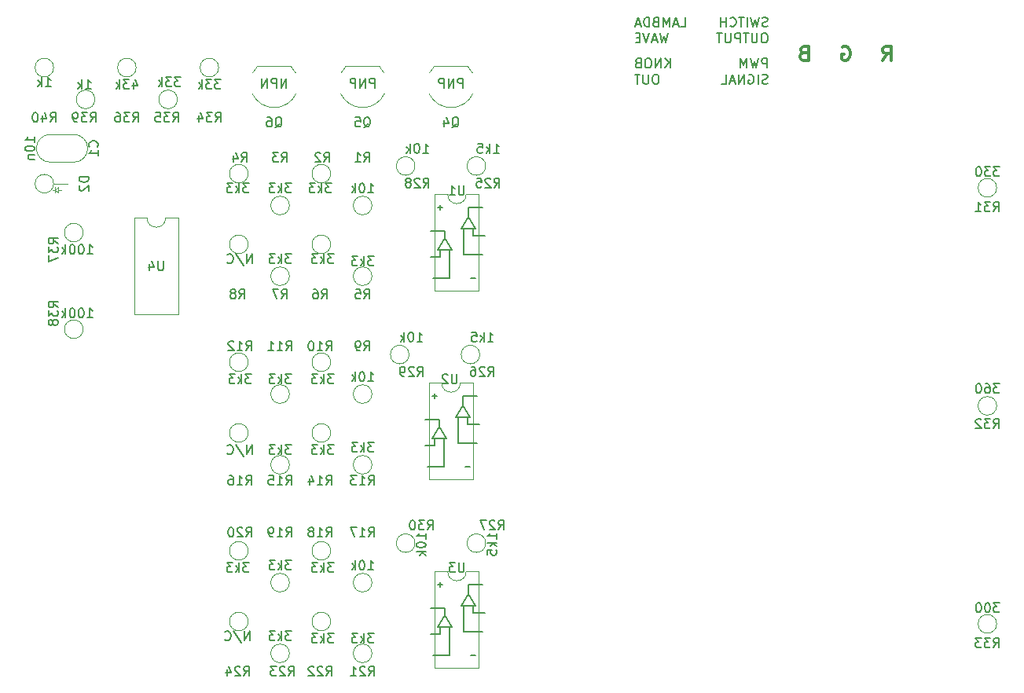
<source format=gbr>
G04 #@! TF.FileFunction,Legend,Bot*
%FSLAX46Y46*%
G04 Gerber Fmt 4.6, Leading zero omitted, Abs format (unit mm)*
G04 Created by KiCad (PCBNEW 4.0.6) date 06/30/17 20:27:55*
%MOMM*%
%LPD*%
G01*
G04 APERTURE LIST*
%ADD10C,0.100000*%
%ADD11C,0.203200*%
%ADD12C,0.300000*%
%ADD13C,0.120000*%
%ADD14C,0.101600*%
%ADD15C,0.152400*%
%ADD16C,0.150000*%
G04 APERTURE END LIST*
D10*
D11*
X159971619Y-50396019D02*
X160455428Y-50396019D01*
X160455428Y-49380019D01*
X159681333Y-50105733D02*
X159197524Y-50105733D01*
X159778095Y-50396019D02*
X159439428Y-49380019D01*
X159100762Y-50396019D01*
X158762095Y-50396019D02*
X158762095Y-49380019D01*
X158423429Y-50105733D01*
X158084762Y-49380019D01*
X158084762Y-50396019D01*
X157262286Y-49863829D02*
X157117143Y-49912210D01*
X157068762Y-49960590D01*
X157020381Y-50057352D01*
X157020381Y-50202495D01*
X157068762Y-50299257D01*
X157117143Y-50347638D01*
X157213905Y-50396019D01*
X157600952Y-50396019D01*
X157600952Y-49380019D01*
X157262286Y-49380019D01*
X157165524Y-49428400D01*
X157117143Y-49476781D01*
X157068762Y-49573543D01*
X157068762Y-49670305D01*
X157117143Y-49767067D01*
X157165524Y-49815448D01*
X157262286Y-49863829D01*
X157600952Y-49863829D01*
X156584952Y-50396019D02*
X156584952Y-49380019D01*
X156343047Y-49380019D01*
X156197905Y-49428400D01*
X156101143Y-49525162D01*
X156052762Y-49621924D01*
X156004381Y-49815448D01*
X156004381Y-49960590D01*
X156052762Y-50154114D01*
X156101143Y-50250876D01*
X156197905Y-50347638D01*
X156343047Y-50396019D01*
X156584952Y-50396019D01*
X155617333Y-50105733D02*
X155133524Y-50105733D01*
X155714095Y-50396019D02*
X155375428Y-49380019D01*
X155036762Y-50396019D01*
X158616952Y-51107219D02*
X158375047Y-52123219D01*
X158181524Y-51397505D01*
X157988000Y-52123219D01*
X157746095Y-51107219D01*
X157407428Y-51832933D02*
X156923619Y-51832933D01*
X157504190Y-52123219D02*
X157165523Y-51107219D01*
X156826857Y-52123219D01*
X156633333Y-51107219D02*
X156294666Y-52123219D01*
X155956000Y-51107219D01*
X155617333Y-51591029D02*
X155278667Y-51591029D01*
X155133524Y-52123219D02*
X155617333Y-52123219D01*
X155617333Y-51107219D01*
X155133524Y-51107219D01*
X158858857Y-54841019D02*
X158858857Y-53825019D01*
X158278286Y-54841019D02*
X158713714Y-54260448D01*
X158278286Y-53825019D02*
X158858857Y-54405590D01*
X157842857Y-54841019D02*
X157842857Y-53825019D01*
X157262286Y-54841019D01*
X157262286Y-53825019D01*
X156584952Y-53825019D02*
X156391429Y-53825019D01*
X156294667Y-53873400D01*
X156197905Y-53970162D01*
X156149524Y-54163686D01*
X156149524Y-54502352D01*
X156197905Y-54695876D01*
X156294667Y-54792638D01*
X156391429Y-54841019D01*
X156584952Y-54841019D01*
X156681714Y-54792638D01*
X156778476Y-54695876D01*
X156826857Y-54502352D01*
X156826857Y-54163686D01*
X156778476Y-53970162D01*
X156681714Y-53873400D01*
X156584952Y-53825019D01*
X155375429Y-54308829D02*
X155230286Y-54357210D01*
X155181905Y-54405590D01*
X155133524Y-54502352D01*
X155133524Y-54647495D01*
X155181905Y-54744257D01*
X155230286Y-54792638D01*
X155327048Y-54841019D01*
X155714095Y-54841019D01*
X155714095Y-53825019D01*
X155375429Y-53825019D01*
X155278667Y-53873400D01*
X155230286Y-53921781D01*
X155181905Y-54018543D01*
X155181905Y-54115305D01*
X155230286Y-54212067D01*
X155278667Y-54260448D01*
X155375429Y-54308829D01*
X155714095Y-54308829D01*
X157407428Y-55552219D02*
X157213905Y-55552219D01*
X157117143Y-55600600D01*
X157020381Y-55697362D01*
X156972000Y-55890886D01*
X156972000Y-56229552D01*
X157020381Y-56423076D01*
X157117143Y-56519838D01*
X157213905Y-56568219D01*
X157407428Y-56568219D01*
X157504190Y-56519838D01*
X157600952Y-56423076D01*
X157649333Y-56229552D01*
X157649333Y-55890886D01*
X157600952Y-55697362D01*
X157504190Y-55600600D01*
X157407428Y-55552219D01*
X156536571Y-55552219D02*
X156536571Y-56374695D01*
X156488190Y-56471457D01*
X156439809Y-56519838D01*
X156343047Y-56568219D01*
X156149524Y-56568219D01*
X156052762Y-56519838D01*
X156004381Y-56471457D01*
X155956000Y-56374695D01*
X155956000Y-55552219D01*
X155617333Y-55552219D02*
X155036762Y-55552219D01*
X155327047Y-56568219D02*
X155327047Y-55552219D01*
X169303095Y-54841019D02*
X169303095Y-53825019D01*
X168916048Y-53825019D01*
X168819286Y-53873400D01*
X168770905Y-53921781D01*
X168722524Y-54018543D01*
X168722524Y-54163686D01*
X168770905Y-54260448D01*
X168819286Y-54308829D01*
X168916048Y-54357210D01*
X169303095Y-54357210D01*
X168383857Y-53825019D02*
X168141952Y-54841019D01*
X167948429Y-54115305D01*
X167754905Y-54841019D01*
X167513000Y-53825019D01*
X167125952Y-54841019D02*
X167125952Y-53825019D01*
X166787286Y-54550733D01*
X166448619Y-53825019D01*
X166448619Y-54841019D01*
X169351476Y-56519838D02*
X169206333Y-56568219D01*
X168964429Y-56568219D01*
X168867667Y-56519838D01*
X168819286Y-56471457D01*
X168770905Y-56374695D01*
X168770905Y-56277933D01*
X168819286Y-56181171D01*
X168867667Y-56132790D01*
X168964429Y-56084410D01*
X169157952Y-56036029D01*
X169254714Y-55987648D01*
X169303095Y-55939267D01*
X169351476Y-55842505D01*
X169351476Y-55745743D01*
X169303095Y-55648981D01*
X169254714Y-55600600D01*
X169157952Y-55552219D01*
X168916048Y-55552219D01*
X168770905Y-55600600D01*
X168335476Y-56568219D02*
X168335476Y-55552219D01*
X167319476Y-55600600D02*
X167416238Y-55552219D01*
X167561381Y-55552219D01*
X167706523Y-55600600D01*
X167803285Y-55697362D01*
X167851666Y-55794124D01*
X167900047Y-55987648D01*
X167900047Y-56132790D01*
X167851666Y-56326314D01*
X167803285Y-56423076D01*
X167706523Y-56519838D01*
X167561381Y-56568219D01*
X167464619Y-56568219D01*
X167319476Y-56519838D01*
X167271095Y-56471457D01*
X167271095Y-56132790D01*
X167464619Y-56132790D01*
X166835666Y-56568219D02*
X166835666Y-55552219D01*
X166255095Y-56568219D01*
X166255095Y-55552219D01*
X165819666Y-56277933D02*
X165335857Y-56277933D01*
X165916428Y-56568219D02*
X165577761Y-55552219D01*
X165239095Y-56568219D01*
X164416619Y-56568219D02*
X164900428Y-56568219D01*
X164900428Y-55552219D01*
D12*
X173247857Y-53232857D02*
X173033571Y-53304286D01*
X172962143Y-53375714D01*
X172890714Y-53518571D01*
X172890714Y-53732857D01*
X172962143Y-53875714D01*
X173033571Y-53947143D01*
X173176429Y-54018571D01*
X173747857Y-54018571D01*
X173747857Y-52518571D01*
X173247857Y-52518571D01*
X173105000Y-52590000D01*
X173033571Y-52661429D01*
X172962143Y-52804286D01*
X172962143Y-52947143D01*
X173033571Y-53090000D01*
X173105000Y-53161429D01*
X173247857Y-53232857D01*
X173747857Y-53232857D01*
X177407143Y-52590000D02*
X177550000Y-52518571D01*
X177764286Y-52518571D01*
X177978571Y-52590000D01*
X178121429Y-52732857D01*
X178192857Y-52875714D01*
X178264286Y-53161429D01*
X178264286Y-53375714D01*
X178192857Y-53661429D01*
X178121429Y-53804286D01*
X177978571Y-53947143D01*
X177764286Y-54018571D01*
X177621429Y-54018571D01*
X177407143Y-53947143D01*
X177335714Y-53875714D01*
X177335714Y-53375714D01*
X177621429Y-53375714D01*
X181780714Y-54018571D02*
X182280714Y-53304286D01*
X182637857Y-54018571D02*
X182637857Y-52518571D01*
X182066429Y-52518571D01*
X181923571Y-52590000D01*
X181852143Y-52661429D01*
X181780714Y-52804286D01*
X181780714Y-53018571D01*
X181852143Y-53161429D01*
X181923571Y-53232857D01*
X182066429Y-53304286D01*
X182637857Y-53304286D01*
D11*
X169351476Y-50347638D02*
X169206333Y-50396019D01*
X168964429Y-50396019D01*
X168867667Y-50347638D01*
X168819286Y-50299257D01*
X168770905Y-50202495D01*
X168770905Y-50105733D01*
X168819286Y-50008971D01*
X168867667Y-49960590D01*
X168964429Y-49912210D01*
X169157952Y-49863829D01*
X169254714Y-49815448D01*
X169303095Y-49767067D01*
X169351476Y-49670305D01*
X169351476Y-49573543D01*
X169303095Y-49476781D01*
X169254714Y-49428400D01*
X169157952Y-49380019D01*
X168916048Y-49380019D01*
X168770905Y-49428400D01*
X168432238Y-49380019D02*
X168190333Y-50396019D01*
X167996810Y-49670305D01*
X167803286Y-50396019D01*
X167561381Y-49380019D01*
X167174333Y-50396019D02*
X167174333Y-49380019D01*
X166835666Y-49380019D02*
X166255095Y-49380019D01*
X166545380Y-50396019D02*
X166545380Y-49380019D01*
X165335857Y-50299257D02*
X165384238Y-50347638D01*
X165529381Y-50396019D01*
X165626143Y-50396019D01*
X165771285Y-50347638D01*
X165868047Y-50250876D01*
X165916428Y-50154114D01*
X165964809Y-49960590D01*
X165964809Y-49815448D01*
X165916428Y-49621924D01*
X165868047Y-49525162D01*
X165771285Y-49428400D01*
X165626143Y-49380019D01*
X165529381Y-49380019D01*
X165384238Y-49428400D01*
X165335857Y-49476781D01*
X164900428Y-50396019D02*
X164900428Y-49380019D01*
X164900428Y-49863829D02*
X164319857Y-49863829D01*
X164319857Y-50396019D02*
X164319857Y-49380019D01*
X169109571Y-51107219D02*
X168916048Y-51107219D01*
X168819286Y-51155600D01*
X168722524Y-51252362D01*
X168674143Y-51445886D01*
X168674143Y-51784552D01*
X168722524Y-51978076D01*
X168819286Y-52074838D01*
X168916048Y-52123219D01*
X169109571Y-52123219D01*
X169206333Y-52074838D01*
X169303095Y-51978076D01*
X169351476Y-51784552D01*
X169351476Y-51445886D01*
X169303095Y-51252362D01*
X169206333Y-51155600D01*
X169109571Y-51107219D01*
X168238714Y-51107219D02*
X168238714Y-51929695D01*
X168190333Y-52026457D01*
X168141952Y-52074838D01*
X168045190Y-52123219D01*
X167851667Y-52123219D01*
X167754905Y-52074838D01*
X167706524Y-52026457D01*
X167658143Y-51929695D01*
X167658143Y-51107219D01*
X167319476Y-51107219D02*
X166738905Y-51107219D01*
X167029190Y-52123219D02*
X167029190Y-51107219D01*
X166400238Y-52123219D02*
X166400238Y-51107219D01*
X166013191Y-51107219D01*
X165916429Y-51155600D01*
X165868048Y-51203981D01*
X165819667Y-51300743D01*
X165819667Y-51445886D01*
X165868048Y-51542648D01*
X165916429Y-51591029D01*
X166013191Y-51639410D01*
X166400238Y-51639410D01*
X165384238Y-51107219D02*
X165384238Y-51929695D01*
X165335857Y-52026457D01*
X165287476Y-52074838D01*
X165190714Y-52123219D01*
X164997191Y-52123219D01*
X164900429Y-52074838D01*
X164852048Y-52026457D01*
X164803667Y-51929695D01*
X164803667Y-51107219D01*
X164465000Y-51107219D02*
X163884429Y-51107219D01*
X164174714Y-52123219D02*
X164174714Y-51107219D01*
D13*
X96115000Y-63500000D02*
G75*
G02X94615000Y-65000000I-1500000J0D01*
G01*
X96115000Y-63500000D02*
G75*
G03X94615000Y-62000000I-1500000J0D01*
G01*
X90575000Y-63500000D02*
G75*
G03X92075000Y-65000000I1500000J0D01*
G01*
X90575000Y-63500000D02*
G75*
G02X92075000Y-62000000I1500000J0D01*
G01*
X94615000Y-62000000D02*
X92075000Y-62000000D01*
X94615000Y-65000000D02*
X92075000Y-65000000D01*
D14*
X92557600Y-67665600D02*
X92557600Y-68249800D01*
X92989400Y-67970400D02*
X93268800Y-67970400D01*
X92329000Y-67970400D02*
X92557600Y-67970400D01*
X92557600Y-67970400D02*
X92964000Y-68249800D01*
X92964000Y-68249800D02*
X92964000Y-67691000D01*
X92964000Y-67691000D02*
X92557600Y-67970400D01*
D13*
X92440000Y-67310000D02*
G75*
G03X92440000Y-67310000I-1000000J0D01*
G01*
X92440000Y-67310000D02*
X93980000Y-67310000D01*
X126730000Y-69659500D02*
G75*
G03X126730000Y-69659500I-1000000J0D01*
G01*
X122285000Y-66230500D02*
G75*
G03X122285000Y-66230500I-1000000J0D01*
G01*
X117840000Y-69659500D02*
G75*
G03X117840000Y-69659500I-1000000J0D01*
G01*
X113395000Y-66230500D02*
G75*
G03X113395000Y-66230500I-1000000J0D01*
G01*
X122285000Y-73850500D02*
G75*
G03X122285000Y-73850500I-1000000J0D01*
G01*
X117840000Y-77279500D02*
G75*
G03X117840000Y-77279500I-1000000J0D01*
G01*
X113395000Y-73850500D02*
G75*
G03X113395000Y-73850500I-1000000J0D01*
G01*
X126730000Y-89979500D02*
G75*
G03X126730000Y-89979500I-1000000J0D01*
G01*
X122285000Y-86550500D02*
G75*
G03X122285000Y-86550500I-1000000J0D01*
G01*
X117840000Y-89979500D02*
G75*
G03X117840000Y-89979500I-1000000J0D01*
G01*
X113395000Y-86550500D02*
G75*
G03X113395000Y-86550500I-1000000J0D01*
G01*
X126730000Y-97599500D02*
G75*
G03X126730000Y-97599500I-1000000J0D01*
G01*
X122285000Y-94170500D02*
G75*
G03X122285000Y-94170500I-1000000J0D01*
G01*
X117840000Y-97599500D02*
G75*
G03X117840000Y-97599500I-1000000J0D01*
G01*
X113395000Y-94170500D02*
G75*
G03X113395000Y-94170500I-1000000J0D01*
G01*
X126730000Y-110299500D02*
G75*
G03X126730000Y-110299500I-1000000J0D01*
G01*
X122285000Y-106870500D02*
G75*
G03X122285000Y-106870500I-1000000J0D01*
G01*
X117840000Y-110299500D02*
G75*
G03X117840000Y-110299500I-1000000J0D01*
G01*
X113395000Y-106870500D02*
G75*
G03X113395000Y-106870500I-1000000J0D01*
G01*
X126730000Y-117919500D02*
G75*
G03X126730000Y-117919500I-1000000J0D01*
G01*
X122285000Y-114490500D02*
G75*
G03X122285000Y-114490500I-1000000J0D01*
G01*
X117840000Y-117919500D02*
G75*
G03X117840000Y-117919500I-1000000J0D01*
G01*
X113395000Y-114490500D02*
G75*
G03X113395000Y-114490500I-1000000J0D01*
G01*
X138985500Y-65405000D02*
G75*
G03X138985500Y-65405000I-1000000J0D01*
G01*
X138350500Y-85725000D02*
G75*
G03X138350500Y-85725000I-1000000J0D01*
G01*
X138985500Y-106045000D02*
G75*
G03X138985500Y-106045000I-1000000J0D01*
G01*
X131365500Y-65405000D02*
G75*
G03X131365500Y-65405000I-1000000J0D01*
G01*
X130730500Y-85725000D02*
G75*
G03X130730500Y-85725000I-1000000J0D01*
G01*
X131365500Y-106045000D02*
G75*
G03X131365500Y-106045000I-1000000J0D01*
G01*
X194040000Y-67754500D02*
G75*
G03X194040000Y-67754500I-1000000J0D01*
G01*
X194040000Y-91249500D02*
G75*
G03X194040000Y-91249500I-1000000J0D01*
G01*
X194040000Y-114744500D02*
G75*
G03X194040000Y-114744500I-1000000J0D01*
G01*
X110220000Y-54800500D02*
G75*
G03X110220000Y-54800500I-1000000J0D01*
G01*
X105775000Y-58229500D02*
G75*
G03X105775000Y-58229500I-1000000J0D01*
G01*
X101330000Y-54800500D02*
G75*
G03X101330000Y-54800500I-1000000J0D01*
G01*
X95615000Y-72580500D02*
G75*
G03X95615000Y-72580500I-1000000J0D01*
G01*
X95615000Y-82994500D02*
G75*
G03X95615000Y-82994500I-1000000J0D01*
G01*
X96885000Y-58229500D02*
G75*
G03X96885000Y-58229500I-1000000J0D01*
G01*
X92440000Y-54800500D02*
G75*
G03X92440000Y-54800500I-1000000J0D01*
G01*
D15*
X137922000Y-77470000D02*
X137414000Y-77470000D01*
X134112000Y-69596000D02*
X134112000Y-70104000D01*
X134366000Y-69850000D02*
X133858000Y-69850000D01*
X137160000Y-69850000D02*
X138684000Y-69850000D01*
X137160000Y-70866000D02*
X137160000Y-69850000D01*
X137922000Y-72136000D02*
X137160000Y-70866000D01*
X137668000Y-72898000D02*
X138938000Y-72898000D01*
X137668000Y-72136000D02*
X137668000Y-72898000D01*
X137922000Y-72136000D02*
X136652000Y-72136000D01*
X136652000Y-72136000D02*
X136398000Y-72136000D01*
X136398000Y-72136000D02*
X137160000Y-70866000D01*
X136652000Y-74930000D02*
X136652000Y-72136000D01*
X138684000Y-74930000D02*
X136652000Y-74930000D01*
X133350000Y-75184000D02*
X133096000Y-75184000D01*
X134620000Y-72390000D02*
X133096000Y-72390000D01*
X133350000Y-75184000D02*
X134112000Y-75184000D01*
X134112000Y-75184000D02*
X134112000Y-74422000D01*
X133350000Y-77470000D02*
X135128000Y-77470000D01*
X135128000Y-77470000D02*
X135128000Y-74422000D01*
X134620000Y-72390000D02*
X134620000Y-73152000D01*
X134620000Y-73152000D02*
X135382000Y-74422000D01*
X135382000Y-74422000D02*
X133858000Y-74422000D01*
X133858000Y-74422000D02*
X134620000Y-73152000D01*
D13*
X136890000Y-68460000D02*
X138260000Y-68460000D01*
X138260000Y-68460000D02*
X138260000Y-78860000D01*
X138260000Y-78860000D02*
X133520000Y-78860000D01*
X133520000Y-78860000D02*
X133520000Y-68460000D01*
X133520000Y-68460000D02*
X134890000Y-68460000D01*
X134890000Y-68460000D02*
G75*
G03X136890000Y-68460000I1000000J0D01*
G01*
D15*
X137287000Y-97790000D02*
X136779000Y-97790000D01*
X133477000Y-89916000D02*
X133477000Y-90424000D01*
X133731000Y-90170000D02*
X133223000Y-90170000D01*
X136525000Y-90170000D02*
X138049000Y-90170000D01*
X136525000Y-91186000D02*
X136525000Y-90170000D01*
X137287000Y-92456000D02*
X136525000Y-91186000D01*
X137033000Y-93218000D02*
X138303000Y-93218000D01*
X137033000Y-92456000D02*
X137033000Y-93218000D01*
X137287000Y-92456000D02*
X136017000Y-92456000D01*
X136017000Y-92456000D02*
X135763000Y-92456000D01*
X135763000Y-92456000D02*
X136525000Y-91186000D01*
X136017000Y-95250000D02*
X136017000Y-92456000D01*
X138049000Y-95250000D02*
X136017000Y-95250000D01*
X132715000Y-95504000D02*
X132461000Y-95504000D01*
X133985000Y-92710000D02*
X132461000Y-92710000D01*
X132715000Y-95504000D02*
X133477000Y-95504000D01*
X133477000Y-95504000D02*
X133477000Y-94742000D01*
X132715000Y-97790000D02*
X134493000Y-97790000D01*
X134493000Y-97790000D02*
X134493000Y-94742000D01*
X133985000Y-92710000D02*
X133985000Y-93472000D01*
X133985000Y-93472000D02*
X134747000Y-94742000D01*
X134747000Y-94742000D02*
X133223000Y-94742000D01*
X133223000Y-94742000D02*
X133985000Y-93472000D01*
D13*
X136255000Y-88780000D02*
X137625000Y-88780000D01*
X137625000Y-88780000D02*
X137625000Y-99180000D01*
X137625000Y-99180000D02*
X132885000Y-99180000D01*
X132885000Y-99180000D02*
X132885000Y-88780000D01*
X132885000Y-88780000D02*
X134255000Y-88780000D01*
X134255000Y-88780000D02*
G75*
G03X136255000Y-88780000I1000000J0D01*
G01*
D15*
X137922000Y-118110000D02*
X137414000Y-118110000D01*
X134112000Y-110236000D02*
X134112000Y-110744000D01*
X134366000Y-110490000D02*
X133858000Y-110490000D01*
X137160000Y-110490000D02*
X138684000Y-110490000D01*
X137160000Y-111506000D02*
X137160000Y-110490000D01*
X137922000Y-112776000D02*
X137160000Y-111506000D01*
X137668000Y-113538000D02*
X138938000Y-113538000D01*
X137668000Y-112776000D02*
X137668000Y-113538000D01*
X137922000Y-112776000D02*
X136652000Y-112776000D01*
X136652000Y-112776000D02*
X136398000Y-112776000D01*
X136398000Y-112776000D02*
X137160000Y-111506000D01*
X136652000Y-115570000D02*
X136652000Y-112776000D01*
X138684000Y-115570000D02*
X136652000Y-115570000D01*
X133350000Y-115824000D02*
X133096000Y-115824000D01*
X134620000Y-113030000D02*
X133096000Y-113030000D01*
X133350000Y-115824000D02*
X134112000Y-115824000D01*
X134112000Y-115824000D02*
X134112000Y-115062000D01*
X133350000Y-118110000D02*
X135128000Y-118110000D01*
X135128000Y-118110000D02*
X135128000Y-115062000D01*
X134620000Y-113030000D02*
X134620000Y-113792000D01*
X134620000Y-113792000D02*
X135382000Y-115062000D01*
X135382000Y-115062000D02*
X133858000Y-115062000D01*
X133858000Y-115062000D02*
X134620000Y-113792000D01*
D13*
X136890000Y-109100000D02*
X138260000Y-109100000D01*
X138260000Y-109100000D02*
X138260000Y-119500000D01*
X138260000Y-119500000D02*
X133520000Y-119500000D01*
X133520000Y-119500000D02*
X133520000Y-109100000D01*
X133520000Y-109100000D02*
X134890000Y-109100000D01*
X134890000Y-109100000D02*
G75*
G03X136890000Y-109100000I1000000J0D01*
G01*
X114405000Y-54665000D02*
X118005000Y-54665000D01*
X113880816Y-55392205D02*
G75*
G02X114405000Y-54665000I2324184J-1122795D01*
G01*
X113848600Y-57613807D02*
G75*
G03X116205000Y-59115000I2356400J1098807D01*
G01*
X118561400Y-57613807D02*
G75*
G02X116205000Y-59115000I-2356400J1098807D01*
G01*
X118529184Y-55392205D02*
G75*
G03X118005000Y-54665000I-2324184J-1122795D01*
G01*
X123930000Y-54665000D02*
X127530000Y-54665000D01*
X123405816Y-55392205D02*
G75*
G02X123930000Y-54665000I2324184J-1122795D01*
G01*
X123373600Y-57613807D02*
G75*
G03X125730000Y-59115000I2356400J1098807D01*
G01*
X128086400Y-57613807D02*
G75*
G02X125730000Y-59115000I-2356400J1098807D01*
G01*
X128054184Y-55392205D02*
G75*
G03X127530000Y-54665000I-2324184J-1122795D01*
G01*
X133455000Y-54665000D02*
X137055000Y-54665000D01*
X132930816Y-55392205D02*
G75*
G02X133455000Y-54665000I2324184J-1122795D01*
G01*
X132898600Y-57613807D02*
G75*
G03X135255000Y-59115000I2356400J1098807D01*
G01*
X137611400Y-57613807D02*
G75*
G02X135255000Y-59115000I-2356400J1098807D01*
G01*
X137579184Y-55392205D02*
G75*
G03X137055000Y-54665000I-2324184J-1122795D01*
G01*
X126730000Y-77279500D02*
G75*
G03X126730000Y-77279500I-1000000J0D01*
G01*
X104505000Y-71000000D02*
X105875000Y-71000000D01*
X105875000Y-71000000D02*
X105875000Y-81400000D01*
X105875000Y-81400000D02*
X101135000Y-81400000D01*
X101135000Y-81400000D02*
X101135000Y-71000000D01*
X101135000Y-71000000D02*
X102505000Y-71000000D01*
X102505000Y-71000000D02*
G75*
G03X104505000Y-71000000I1000000J0D01*
G01*
D16*
X97131143Y-63333334D02*
X97178762Y-63285715D01*
X97226381Y-63142858D01*
X97226381Y-63047620D01*
X97178762Y-62904762D01*
X97083524Y-62809524D01*
X96988286Y-62761905D01*
X96797810Y-62714286D01*
X96654952Y-62714286D01*
X96464476Y-62761905D01*
X96369238Y-62809524D01*
X96274000Y-62904762D01*
X96226381Y-63047620D01*
X96226381Y-63142858D01*
X96274000Y-63285715D01*
X96321619Y-63333334D01*
X97226381Y-64285715D02*
X97226381Y-63714286D01*
X97226381Y-64000000D02*
X96226381Y-64000000D01*
X96369238Y-63904762D01*
X96464476Y-63809524D01*
X96512095Y-63714286D01*
X90368381Y-62857143D02*
X90368381Y-62285714D01*
X90368381Y-62571428D02*
X89368381Y-62571428D01*
X89511238Y-62476190D01*
X89606476Y-62380952D01*
X89654095Y-62285714D01*
X89368381Y-63476190D02*
X89368381Y-63571429D01*
X89416000Y-63666667D01*
X89463619Y-63714286D01*
X89558857Y-63761905D01*
X89749333Y-63809524D01*
X89987429Y-63809524D01*
X90177905Y-63761905D01*
X90273143Y-63714286D01*
X90320762Y-63666667D01*
X90368381Y-63571429D01*
X90368381Y-63476190D01*
X90320762Y-63380952D01*
X90273143Y-63333333D01*
X90177905Y-63285714D01*
X89987429Y-63238095D01*
X89749333Y-63238095D01*
X89558857Y-63285714D01*
X89463619Y-63333333D01*
X89416000Y-63380952D01*
X89368381Y-63476190D01*
X89701714Y-64238095D02*
X90368381Y-64238095D01*
X89796952Y-64238095D02*
X89749333Y-64285714D01*
X89701714Y-64380952D01*
X89701714Y-64523810D01*
X89749333Y-64619048D01*
X89844571Y-64666667D01*
X90368381Y-64666667D01*
X96210381Y-66571905D02*
X95210381Y-66571905D01*
X95210381Y-66810000D01*
X95258000Y-66952858D01*
X95353238Y-67048096D01*
X95448476Y-67095715D01*
X95638952Y-67143334D01*
X95781810Y-67143334D01*
X95972286Y-67095715D01*
X96067524Y-67048096D01*
X96162762Y-66952858D01*
X96210381Y-66810000D01*
X96210381Y-66571905D01*
X95305619Y-67524286D02*
X95258000Y-67571905D01*
X95210381Y-67667143D01*
X95210381Y-67905239D01*
X95258000Y-68000477D01*
X95305619Y-68048096D01*
X95400857Y-68095715D01*
X95496095Y-68095715D01*
X95638952Y-68048096D01*
X96210381Y-67476667D01*
X96210381Y-68095715D01*
X125896666Y-64968381D02*
X126230000Y-64492190D01*
X126468095Y-64968381D02*
X126468095Y-63968381D01*
X126087142Y-63968381D01*
X125991904Y-64016000D01*
X125944285Y-64063619D01*
X125896666Y-64158857D01*
X125896666Y-64301714D01*
X125944285Y-64396952D01*
X125991904Y-64444571D01*
X126087142Y-64492190D01*
X126468095Y-64492190D01*
X124944285Y-64968381D02*
X125515714Y-64968381D01*
X125230000Y-64968381D02*
X125230000Y-63968381D01*
X125325238Y-64111238D01*
X125420476Y-64206476D01*
X125515714Y-64254095D01*
X126325238Y-68270381D02*
X126896667Y-68270381D01*
X126610953Y-68270381D02*
X126610953Y-67270381D01*
X126706191Y-67413238D01*
X126801429Y-67508476D01*
X126896667Y-67556095D01*
X125706191Y-67270381D02*
X125610952Y-67270381D01*
X125515714Y-67318000D01*
X125468095Y-67365619D01*
X125420476Y-67460857D01*
X125372857Y-67651333D01*
X125372857Y-67889429D01*
X125420476Y-68079905D01*
X125468095Y-68175143D01*
X125515714Y-68222762D01*
X125610952Y-68270381D01*
X125706191Y-68270381D01*
X125801429Y-68222762D01*
X125849048Y-68175143D01*
X125896667Y-68079905D01*
X125944286Y-67889429D01*
X125944286Y-67651333D01*
X125896667Y-67460857D01*
X125849048Y-67365619D01*
X125801429Y-67318000D01*
X125706191Y-67270381D01*
X124944286Y-68270381D02*
X124944286Y-67270381D01*
X124849048Y-67889429D02*
X124563333Y-68270381D01*
X124563333Y-67603714D02*
X124944286Y-67984667D01*
X121578666Y-64968381D02*
X121912000Y-64492190D01*
X122150095Y-64968381D02*
X122150095Y-63968381D01*
X121769142Y-63968381D01*
X121673904Y-64016000D01*
X121626285Y-64063619D01*
X121578666Y-64158857D01*
X121578666Y-64301714D01*
X121626285Y-64396952D01*
X121673904Y-64444571D01*
X121769142Y-64492190D01*
X122150095Y-64492190D01*
X121197714Y-64063619D02*
X121150095Y-64016000D01*
X121054857Y-63968381D01*
X120816761Y-63968381D01*
X120721523Y-64016000D01*
X120673904Y-64063619D01*
X120626285Y-64158857D01*
X120626285Y-64254095D01*
X120673904Y-64396952D01*
X121245333Y-64968381D01*
X120626285Y-64968381D01*
X122372286Y-67270381D02*
X121753238Y-67270381D01*
X122086572Y-67651333D01*
X121943714Y-67651333D01*
X121848476Y-67698952D01*
X121800857Y-67746571D01*
X121753238Y-67841810D01*
X121753238Y-68079905D01*
X121800857Y-68175143D01*
X121848476Y-68222762D01*
X121943714Y-68270381D01*
X122229429Y-68270381D01*
X122324667Y-68222762D01*
X122372286Y-68175143D01*
X121324667Y-68270381D02*
X121324667Y-67270381D01*
X121229429Y-67889429D02*
X120943714Y-68270381D01*
X120943714Y-67603714D02*
X121324667Y-67984667D01*
X120610381Y-67270381D02*
X119991333Y-67270381D01*
X120324667Y-67651333D01*
X120181809Y-67651333D01*
X120086571Y-67698952D01*
X120038952Y-67746571D01*
X119991333Y-67841810D01*
X119991333Y-68079905D01*
X120038952Y-68175143D01*
X120086571Y-68222762D01*
X120181809Y-68270381D01*
X120467524Y-68270381D01*
X120562762Y-68222762D01*
X120610381Y-68175143D01*
X117006666Y-64968381D02*
X117340000Y-64492190D01*
X117578095Y-64968381D02*
X117578095Y-63968381D01*
X117197142Y-63968381D01*
X117101904Y-64016000D01*
X117054285Y-64063619D01*
X117006666Y-64158857D01*
X117006666Y-64301714D01*
X117054285Y-64396952D01*
X117101904Y-64444571D01*
X117197142Y-64492190D01*
X117578095Y-64492190D01*
X116673333Y-63968381D02*
X116054285Y-63968381D01*
X116387619Y-64349333D01*
X116244761Y-64349333D01*
X116149523Y-64396952D01*
X116101904Y-64444571D01*
X116054285Y-64539810D01*
X116054285Y-64777905D01*
X116101904Y-64873143D01*
X116149523Y-64920762D01*
X116244761Y-64968381D01*
X116530476Y-64968381D01*
X116625714Y-64920762D01*
X116673333Y-64873143D01*
X118054286Y-67270381D02*
X117435238Y-67270381D01*
X117768572Y-67651333D01*
X117625714Y-67651333D01*
X117530476Y-67698952D01*
X117482857Y-67746571D01*
X117435238Y-67841810D01*
X117435238Y-68079905D01*
X117482857Y-68175143D01*
X117530476Y-68222762D01*
X117625714Y-68270381D01*
X117911429Y-68270381D01*
X118006667Y-68222762D01*
X118054286Y-68175143D01*
X117006667Y-68270381D02*
X117006667Y-67270381D01*
X116911429Y-67889429D02*
X116625714Y-68270381D01*
X116625714Y-67603714D02*
X117006667Y-67984667D01*
X116292381Y-67270381D02*
X115673333Y-67270381D01*
X116006667Y-67651333D01*
X115863809Y-67651333D01*
X115768571Y-67698952D01*
X115720952Y-67746571D01*
X115673333Y-67841810D01*
X115673333Y-68079905D01*
X115720952Y-68175143D01*
X115768571Y-68222762D01*
X115863809Y-68270381D01*
X116149524Y-68270381D01*
X116244762Y-68222762D01*
X116292381Y-68175143D01*
X112688666Y-64968381D02*
X113022000Y-64492190D01*
X113260095Y-64968381D02*
X113260095Y-63968381D01*
X112879142Y-63968381D01*
X112783904Y-64016000D01*
X112736285Y-64063619D01*
X112688666Y-64158857D01*
X112688666Y-64301714D01*
X112736285Y-64396952D01*
X112783904Y-64444571D01*
X112879142Y-64492190D01*
X113260095Y-64492190D01*
X111831523Y-64301714D02*
X111831523Y-64968381D01*
X112069619Y-63920762D02*
X112307714Y-64635048D01*
X111688666Y-64635048D01*
X113482286Y-67270381D02*
X112863238Y-67270381D01*
X113196572Y-67651333D01*
X113053714Y-67651333D01*
X112958476Y-67698952D01*
X112910857Y-67746571D01*
X112863238Y-67841810D01*
X112863238Y-68079905D01*
X112910857Y-68175143D01*
X112958476Y-68222762D01*
X113053714Y-68270381D01*
X113339429Y-68270381D01*
X113434667Y-68222762D01*
X113482286Y-68175143D01*
X112434667Y-68270381D02*
X112434667Y-67270381D01*
X112339429Y-67889429D02*
X112053714Y-68270381D01*
X112053714Y-67603714D02*
X112434667Y-67984667D01*
X111720381Y-67270381D02*
X111101333Y-67270381D01*
X111434667Y-67651333D01*
X111291809Y-67651333D01*
X111196571Y-67698952D01*
X111148952Y-67746571D01*
X111101333Y-67841810D01*
X111101333Y-68079905D01*
X111148952Y-68175143D01*
X111196571Y-68222762D01*
X111291809Y-68270381D01*
X111577524Y-68270381D01*
X111672762Y-68222762D01*
X111720381Y-68175143D01*
X121324666Y-79700381D02*
X121658000Y-79224190D01*
X121896095Y-79700381D02*
X121896095Y-78700381D01*
X121515142Y-78700381D01*
X121419904Y-78748000D01*
X121372285Y-78795619D01*
X121324666Y-78890857D01*
X121324666Y-79033714D01*
X121372285Y-79128952D01*
X121419904Y-79176571D01*
X121515142Y-79224190D01*
X121896095Y-79224190D01*
X120467523Y-78700381D02*
X120658000Y-78700381D01*
X120753238Y-78748000D01*
X120800857Y-78795619D01*
X120896095Y-78938476D01*
X120943714Y-79128952D01*
X120943714Y-79509905D01*
X120896095Y-79605143D01*
X120848476Y-79652762D01*
X120753238Y-79700381D01*
X120562761Y-79700381D01*
X120467523Y-79652762D01*
X120419904Y-79605143D01*
X120372285Y-79509905D01*
X120372285Y-79271810D01*
X120419904Y-79176571D01*
X120467523Y-79128952D01*
X120562761Y-79081333D01*
X120753238Y-79081333D01*
X120848476Y-79128952D01*
X120896095Y-79176571D01*
X120943714Y-79271810D01*
X122626286Y-74890381D02*
X122007238Y-74890381D01*
X122340572Y-75271333D01*
X122197714Y-75271333D01*
X122102476Y-75318952D01*
X122054857Y-75366571D01*
X122007238Y-75461810D01*
X122007238Y-75699905D01*
X122054857Y-75795143D01*
X122102476Y-75842762D01*
X122197714Y-75890381D01*
X122483429Y-75890381D01*
X122578667Y-75842762D01*
X122626286Y-75795143D01*
X121578667Y-75890381D02*
X121578667Y-74890381D01*
X121483429Y-75509429D02*
X121197714Y-75890381D01*
X121197714Y-75223714D02*
X121578667Y-75604667D01*
X120864381Y-74890381D02*
X120245333Y-74890381D01*
X120578667Y-75271333D01*
X120435809Y-75271333D01*
X120340571Y-75318952D01*
X120292952Y-75366571D01*
X120245333Y-75461810D01*
X120245333Y-75699905D01*
X120292952Y-75795143D01*
X120340571Y-75842762D01*
X120435809Y-75890381D01*
X120721524Y-75890381D01*
X120816762Y-75842762D01*
X120864381Y-75795143D01*
X117006666Y-79700381D02*
X117340000Y-79224190D01*
X117578095Y-79700381D02*
X117578095Y-78700381D01*
X117197142Y-78700381D01*
X117101904Y-78748000D01*
X117054285Y-78795619D01*
X117006666Y-78890857D01*
X117006666Y-79033714D01*
X117054285Y-79128952D01*
X117101904Y-79176571D01*
X117197142Y-79224190D01*
X117578095Y-79224190D01*
X116673333Y-78700381D02*
X116006666Y-78700381D01*
X116435238Y-79700381D01*
X118054286Y-74890381D02*
X117435238Y-74890381D01*
X117768572Y-75271333D01*
X117625714Y-75271333D01*
X117530476Y-75318952D01*
X117482857Y-75366571D01*
X117435238Y-75461810D01*
X117435238Y-75699905D01*
X117482857Y-75795143D01*
X117530476Y-75842762D01*
X117625714Y-75890381D01*
X117911429Y-75890381D01*
X118006667Y-75842762D01*
X118054286Y-75795143D01*
X117006667Y-75890381D02*
X117006667Y-74890381D01*
X116911429Y-75509429D02*
X116625714Y-75890381D01*
X116625714Y-75223714D02*
X117006667Y-75604667D01*
X116292381Y-74890381D02*
X115673333Y-74890381D01*
X116006667Y-75271333D01*
X115863809Y-75271333D01*
X115768571Y-75318952D01*
X115720952Y-75366571D01*
X115673333Y-75461810D01*
X115673333Y-75699905D01*
X115720952Y-75795143D01*
X115768571Y-75842762D01*
X115863809Y-75890381D01*
X116149524Y-75890381D01*
X116244762Y-75842762D01*
X116292381Y-75795143D01*
X112434666Y-79700381D02*
X112768000Y-79224190D01*
X113006095Y-79700381D02*
X113006095Y-78700381D01*
X112625142Y-78700381D01*
X112529904Y-78748000D01*
X112482285Y-78795619D01*
X112434666Y-78890857D01*
X112434666Y-79033714D01*
X112482285Y-79128952D01*
X112529904Y-79176571D01*
X112625142Y-79224190D01*
X113006095Y-79224190D01*
X111863238Y-79128952D02*
X111958476Y-79081333D01*
X112006095Y-79033714D01*
X112053714Y-78938476D01*
X112053714Y-78890857D01*
X112006095Y-78795619D01*
X111958476Y-78748000D01*
X111863238Y-78700381D01*
X111672761Y-78700381D01*
X111577523Y-78748000D01*
X111529904Y-78795619D01*
X111482285Y-78890857D01*
X111482285Y-78938476D01*
X111529904Y-79033714D01*
X111577523Y-79081333D01*
X111672761Y-79128952D01*
X111863238Y-79128952D01*
X111958476Y-79176571D01*
X112006095Y-79224190D01*
X112053714Y-79319429D01*
X112053714Y-79509905D01*
X112006095Y-79605143D01*
X111958476Y-79652762D01*
X111863238Y-79700381D01*
X111672761Y-79700381D01*
X111577523Y-79652762D01*
X111529904Y-79605143D01*
X111482285Y-79509905D01*
X111482285Y-79319429D01*
X111529904Y-79224190D01*
X111577523Y-79176571D01*
X111672761Y-79128952D01*
X113831524Y-75890381D02*
X113831524Y-74890381D01*
X113260095Y-75890381D01*
X113260095Y-74890381D01*
X112069619Y-74842762D02*
X112926762Y-76128476D01*
X111164857Y-75795143D02*
X111212476Y-75842762D01*
X111355333Y-75890381D01*
X111450571Y-75890381D01*
X111593429Y-75842762D01*
X111688667Y-75747524D01*
X111736286Y-75652286D01*
X111783905Y-75461810D01*
X111783905Y-75318952D01*
X111736286Y-75128476D01*
X111688667Y-75033238D01*
X111593429Y-74938000D01*
X111450571Y-74890381D01*
X111355333Y-74890381D01*
X111212476Y-74938000D01*
X111164857Y-74985619D01*
X125896666Y-85288381D02*
X126230000Y-84812190D01*
X126468095Y-85288381D02*
X126468095Y-84288381D01*
X126087142Y-84288381D01*
X125991904Y-84336000D01*
X125944285Y-84383619D01*
X125896666Y-84478857D01*
X125896666Y-84621714D01*
X125944285Y-84716952D01*
X125991904Y-84764571D01*
X126087142Y-84812190D01*
X126468095Y-84812190D01*
X125420476Y-85288381D02*
X125230000Y-85288381D01*
X125134761Y-85240762D01*
X125087142Y-85193143D01*
X124991904Y-85050286D01*
X124944285Y-84859810D01*
X124944285Y-84478857D01*
X124991904Y-84383619D01*
X125039523Y-84336000D01*
X125134761Y-84288381D01*
X125325238Y-84288381D01*
X125420476Y-84336000D01*
X125468095Y-84383619D01*
X125515714Y-84478857D01*
X125515714Y-84716952D01*
X125468095Y-84812190D01*
X125420476Y-84859810D01*
X125325238Y-84907429D01*
X125134761Y-84907429D01*
X125039523Y-84859810D01*
X124991904Y-84812190D01*
X124944285Y-84716952D01*
X126325238Y-88590381D02*
X126896667Y-88590381D01*
X126610953Y-88590381D02*
X126610953Y-87590381D01*
X126706191Y-87733238D01*
X126801429Y-87828476D01*
X126896667Y-87876095D01*
X125706191Y-87590381D02*
X125610952Y-87590381D01*
X125515714Y-87638000D01*
X125468095Y-87685619D01*
X125420476Y-87780857D01*
X125372857Y-87971333D01*
X125372857Y-88209429D01*
X125420476Y-88399905D01*
X125468095Y-88495143D01*
X125515714Y-88542762D01*
X125610952Y-88590381D01*
X125706191Y-88590381D01*
X125801429Y-88542762D01*
X125849048Y-88495143D01*
X125896667Y-88399905D01*
X125944286Y-88209429D01*
X125944286Y-87971333D01*
X125896667Y-87780857D01*
X125849048Y-87685619D01*
X125801429Y-87638000D01*
X125706191Y-87590381D01*
X124944286Y-88590381D02*
X124944286Y-87590381D01*
X124849048Y-88209429D02*
X124563333Y-88590381D01*
X124563333Y-87923714D02*
X124944286Y-88304667D01*
X121800857Y-85288381D02*
X122134191Y-84812190D01*
X122372286Y-85288381D02*
X122372286Y-84288381D01*
X121991333Y-84288381D01*
X121896095Y-84336000D01*
X121848476Y-84383619D01*
X121800857Y-84478857D01*
X121800857Y-84621714D01*
X121848476Y-84716952D01*
X121896095Y-84764571D01*
X121991333Y-84812190D01*
X122372286Y-84812190D01*
X120848476Y-85288381D02*
X121419905Y-85288381D01*
X121134191Y-85288381D02*
X121134191Y-84288381D01*
X121229429Y-84431238D01*
X121324667Y-84526476D01*
X121419905Y-84574095D01*
X120229429Y-84288381D02*
X120134190Y-84288381D01*
X120038952Y-84336000D01*
X119991333Y-84383619D01*
X119943714Y-84478857D01*
X119896095Y-84669333D01*
X119896095Y-84907429D01*
X119943714Y-85097905D01*
X119991333Y-85193143D01*
X120038952Y-85240762D01*
X120134190Y-85288381D01*
X120229429Y-85288381D01*
X120324667Y-85240762D01*
X120372286Y-85193143D01*
X120419905Y-85097905D01*
X120467524Y-84907429D01*
X120467524Y-84669333D01*
X120419905Y-84478857D01*
X120372286Y-84383619D01*
X120324667Y-84336000D01*
X120229429Y-84288381D01*
X122626286Y-87844381D02*
X122007238Y-87844381D01*
X122340572Y-88225333D01*
X122197714Y-88225333D01*
X122102476Y-88272952D01*
X122054857Y-88320571D01*
X122007238Y-88415810D01*
X122007238Y-88653905D01*
X122054857Y-88749143D01*
X122102476Y-88796762D01*
X122197714Y-88844381D01*
X122483429Y-88844381D01*
X122578667Y-88796762D01*
X122626286Y-88749143D01*
X121578667Y-88844381D02*
X121578667Y-87844381D01*
X121483429Y-88463429D02*
X121197714Y-88844381D01*
X121197714Y-88177714D02*
X121578667Y-88558667D01*
X120864381Y-87844381D02*
X120245333Y-87844381D01*
X120578667Y-88225333D01*
X120435809Y-88225333D01*
X120340571Y-88272952D01*
X120292952Y-88320571D01*
X120245333Y-88415810D01*
X120245333Y-88653905D01*
X120292952Y-88749143D01*
X120340571Y-88796762D01*
X120435809Y-88844381D01*
X120721524Y-88844381D01*
X120816762Y-88796762D01*
X120864381Y-88749143D01*
X117482857Y-85288381D02*
X117816191Y-84812190D01*
X118054286Y-85288381D02*
X118054286Y-84288381D01*
X117673333Y-84288381D01*
X117578095Y-84336000D01*
X117530476Y-84383619D01*
X117482857Y-84478857D01*
X117482857Y-84621714D01*
X117530476Y-84716952D01*
X117578095Y-84764571D01*
X117673333Y-84812190D01*
X118054286Y-84812190D01*
X116530476Y-85288381D02*
X117101905Y-85288381D01*
X116816191Y-85288381D02*
X116816191Y-84288381D01*
X116911429Y-84431238D01*
X117006667Y-84526476D01*
X117101905Y-84574095D01*
X115578095Y-85288381D02*
X116149524Y-85288381D01*
X115863810Y-85288381D02*
X115863810Y-84288381D01*
X115959048Y-84431238D01*
X116054286Y-84526476D01*
X116149524Y-84574095D01*
X118054286Y-87844381D02*
X117435238Y-87844381D01*
X117768572Y-88225333D01*
X117625714Y-88225333D01*
X117530476Y-88272952D01*
X117482857Y-88320571D01*
X117435238Y-88415810D01*
X117435238Y-88653905D01*
X117482857Y-88749143D01*
X117530476Y-88796762D01*
X117625714Y-88844381D01*
X117911429Y-88844381D01*
X118006667Y-88796762D01*
X118054286Y-88749143D01*
X117006667Y-88844381D02*
X117006667Y-87844381D01*
X116911429Y-88463429D02*
X116625714Y-88844381D01*
X116625714Y-88177714D02*
X117006667Y-88558667D01*
X116292381Y-87844381D02*
X115673333Y-87844381D01*
X116006667Y-88225333D01*
X115863809Y-88225333D01*
X115768571Y-88272952D01*
X115720952Y-88320571D01*
X115673333Y-88415810D01*
X115673333Y-88653905D01*
X115720952Y-88749143D01*
X115768571Y-88796762D01*
X115863809Y-88844381D01*
X116149524Y-88844381D01*
X116244762Y-88796762D01*
X116292381Y-88749143D01*
X113164857Y-85288381D02*
X113498191Y-84812190D01*
X113736286Y-85288381D02*
X113736286Y-84288381D01*
X113355333Y-84288381D01*
X113260095Y-84336000D01*
X113212476Y-84383619D01*
X113164857Y-84478857D01*
X113164857Y-84621714D01*
X113212476Y-84716952D01*
X113260095Y-84764571D01*
X113355333Y-84812190D01*
X113736286Y-84812190D01*
X112212476Y-85288381D02*
X112783905Y-85288381D01*
X112498191Y-85288381D02*
X112498191Y-84288381D01*
X112593429Y-84431238D01*
X112688667Y-84526476D01*
X112783905Y-84574095D01*
X111831524Y-84383619D02*
X111783905Y-84336000D01*
X111688667Y-84288381D01*
X111450571Y-84288381D01*
X111355333Y-84336000D01*
X111307714Y-84383619D01*
X111260095Y-84478857D01*
X111260095Y-84574095D01*
X111307714Y-84716952D01*
X111879143Y-85288381D01*
X111260095Y-85288381D01*
X113736286Y-87844381D02*
X113117238Y-87844381D01*
X113450572Y-88225333D01*
X113307714Y-88225333D01*
X113212476Y-88272952D01*
X113164857Y-88320571D01*
X113117238Y-88415810D01*
X113117238Y-88653905D01*
X113164857Y-88749143D01*
X113212476Y-88796762D01*
X113307714Y-88844381D01*
X113593429Y-88844381D01*
X113688667Y-88796762D01*
X113736286Y-88749143D01*
X112688667Y-88844381D02*
X112688667Y-87844381D01*
X112593429Y-88463429D02*
X112307714Y-88844381D01*
X112307714Y-88177714D02*
X112688667Y-88558667D01*
X111974381Y-87844381D02*
X111355333Y-87844381D01*
X111688667Y-88225333D01*
X111545809Y-88225333D01*
X111450571Y-88272952D01*
X111402952Y-88320571D01*
X111355333Y-88415810D01*
X111355333Y-88653905D01*
X111402952Y-88749143D01*
X111450571Y-88796762D01*
X111545809Y-88844381D01*
X111831524Y-88844381D01*
X111926762Y-88796762D01*
X111974381Y-88749143D01*
X126372857Y-99766381D02*
X126706191Y-99290190D01*
X126944286Y-99766381D02*
X126944286Y-98766381D01*
X126563333Y-98766381D01*
X126468095Y-98814000D01*
X126420476Y-98861619D01*
X126372857Y-98956857D01*
X126372857Y-99099714D01*
X126420476Y-99194952D01*
X126468095Y-99242571D01*
X126563333Y-99290190D01*
X126944286Y-99290190D01*
X125420476Y-99766381D02*
X125991905Y-99766381D01*
X125706191Y-99766381D02*
X125706191Y-98766381D01*
X125801429Y-98909238D01*
X125896667Y-99004476D01*
X125991905Y-99052095D01*
X125087143Y-98766381D02*
X124468095Y-98766381D01*
X124801429Y-99147333D01*
X124658571Y-99147333D01*
X124563333Y-99194952D01*
X124515714Y-99242571D01*
X124468095Y-99337810D01*
X124468095Y-99575905D01*
X124515714Y-99671143D01*
X124563333Y-99718762D01*
X124658571Y-99766381D01*
X124944286Y-99766381D01*
X125039524Y-99718762D01*
X125087143Y-99671143D01*
X126944286Y-95210381D02*
X126325238Y-95210381D01*
X126658572Y-95591333D01*
X126515714Y-95591333D01*
X126420476Y-95638952D01*
X126372857Y-95686571D01*
X126325238Y-95781810D01*
X126325238Y-96019905D01*
X126372857Y-96115143D01*
X126420476Y-96162762D01*
X126515714Y-96210381D01*
X126801429Y-96210381D01*
X126896667Y-96162762D01*
X126944286Y-96115143D01*
X125896667Y-96210381D02*
X125896667Y-95210381D01*
X125801429Y-95829429D02*
X125515714Y-96210381D01*
X125515714Y-95543714D02*
X125896667Y-95924667D01*
X125182381Y-95210381D02*
X124563333Y-95210381D01*
X124896667Y-95591333D01*
X124753809Y-95591333D01*
X124658571Y-95638952D01*
X124610952Y-95686571D01*
X124563333Y-95781810D01*
X124563333Y-96019905D01*
X124610952Y-96115143D01*
X124658571Y-96162762D01*
X124753809Y-96210381D01*
X125039524Y-96210381D01*
X125134762Y-96162762D01*
X125182381Y-96115143D01*
X121800857Y-99766381D02*
X122134191Y-99290190D01*
X122372286Y-99766381D02*
X122372286Y-98766381D01*
X121991333Y-98766381D01*
X121896095Y-98814000D01*
X121848476Y-98861619D01*
X121800857Y-98956857D01*
X121800857Y-99099714D01*
X121848476Y-99194952D01*
X121896095Y-99242571D01*
X121991333Y-99290190D01*
X122372286Y-99290190D01*
X120848476Y-99766381D02*
X121419905Y-99766381D01*
X121134191Y-99766381D02*
X121134191Y-98766381D01*
X121229429Y-98909238D01*
X121324667Y-99004476D01*
X121419905Y-99052095D01*
X119991333Y-99099714D02*
X119991333Y-99766381D01*
X120229429Y-98718762D02*
X120467524Y-99433048D01*
X119848476Y-99433048D01*
X122626286Y-95464381D02*
X122007238Y-95464381D01*
X122340572Y-95845333D01*
X122197714Y-95845333D01*
X122102476Y-95892952D01*
X122054857Y-95940571D01*
X122007238Y-96035810D01*
X122007238Y-96273905D01*
X122054857Y-96369143D01*
X122102476Y-96416762D01*
X122197714Y-96464381D01*
X122483429Y-96464381D01*
X122578667Y-96416762D01*
X122626286Y-96369143D01*
X121578667Y-96464381D02*
X121578667Y-95464381D01*
X121483429Y-96083429D02*
X121197714Y-96464381D01*
X121197714Y-95797714D02*
X121578667Y-96178667D01*
X120864381Y-95464381D02*
X120245333Y-95464381D01*
X120578667Y-95845333D01*
X120435809Y-95845333D01*
X120340571Y-95892952D01*
X120292952Y-95940571D01*
X120245333Y-96035810D01*
X120245333Y-96273905D01*
X120292952Y-96369143D01*
X120340571Y-96416762D01*
X120435809Y-96464381D01*
X120721524Y-96464381D01*
X120816762Y-96416762D01*
X120864381Y-96369143D01*
X117482857Y-99766381D02*
X117816191Y-99290190D01*
X118054286Y-99766381D02*
X118054286Y-98766381D01*
X117673333Y-98766381D01*
X117578095Y-98814000D01*
X117530476Y-98861619D01*
X117482857Y-98956857D01*
X117482857Y-99099714D01*
X117530476Y-99194952D01*
X117578095Y-99242571D01*
X117673333Y-99290190D01*
X118054286Y-99290190D01*
X116530476Y-99766381D02*
X117101905Y-99766381D01*
X116816191Y-99766381D02*
X116816191Y-98766381D01*
X116911429Y-98909238D01*
X117006667Y-99004476D01*
X117101905Y-99052095D01*
X115625714Y-98766381D02*
X116101905Y-98766381D01*
X116149524Y-99242571D01*
X116101905Y-99194952D01*
X116006667Y-99147333D01*
X115768571Y-99147333D01*
X115673333Y-99194952D01*
X115625714Y-99242571D01*
X115578095Y-99337810D01*
X115578095Y-99575905D01*
X115625714Y-99671143D01*
X115673333Y-99718762D01*
X115768571Y-99766381D01*
X116006667Y-99766381D01*
X116101905Y-99718762D01*
X116149524Y-99671143D01*
X118054286Y-95464381D02*
X117435238Y-95464381D01*
X117768572Y-95845333D01*
X117625714Y-95845333D01*
X117530476Y-95892952D01*
X117482857Y-95940571D01*
X117435238Y-96035810D01*
X117435238Y-96273905D01*
X117482857Y-96369143D01*
X117530476Y-96416762D01*
X117625714Y-96464381D01*
X117911429Y-96464381D01*
X118006667Y-96416762D01*
X118054286Y-96369143D01*
X117006667Y-96464381D02*
X117006667Y-95464381D01*
X116911429Y-96083429D02*
X116625714Y-96464381D01*
X116625714Y-95797714D02*
X117006667Y-96178667D01*
X116292381Y-95464381D02*
X115673333Y-95464381D01*
X116006667Y-95845333D01*
X115863809Y-95845333D01*
X115768571Y-95892952D01*
X115720952Y-95940571D01*
X115673333Y-96035810D01*
X115673333Y-96273905D01*
X115720952Y-96369143D01*
X115768571Y-96416762D01*
X115863809Y-96464381D01*
X116149524Y-96464381D01*
X116244762Y-96416762D01*
X116292381Y-96369143D01*
X113164857Y-99766381D02*
X113498191Y-99290190D01*
X113736286Y-99766381D02*
X113736286Y-98766381D01*
X113355333Y-98766381D01*
X113260095Y-98814000D01*
X113212476Y-98861619D01*
X113164857Y-98956857D01*
X113164857Y-99099714D01*
X113212476Y-99194952D01*
X113260095Y-99242571D01*
X113355333Y-99290190D01*
X113736286Y-99290190D01*
X112212476Y-99766381D02*
X112783905Y-99766381D01*
X112498191Y-99766381D02*
X112498191Y-98766381D01*
X112593429Y-98909238D01*
X112688667Y-99004476D01*
X112783905Y-99052095D01*
X111355333Y-98766381D02*
X111545810Y-98766381D01*
X111641048Y-98814000D01*
X111688667Y-98861619D01*
X111783905Y-99004476D01*
X111831524Y-99194952D01*
X111831524Y-99575905D01*
X111783905Y-99671143D01*
X111736286Y-99718762D01*
X111641048Y-99766381D01*
X111450571Y-99766381D01*
X111355333Y-99718762D01*
X111307714Y-99671143D01*
X111260095Y-99575905D01*
X111260095Y-99337810D01*
X111307714Y-99242571D01*
X111355333Y-99194952D01*
X111450571Y-99147333D01*
X111641048Y-99147333D01*
X111736286Y-99194952D01*
X111783905Y-99242571D01*
X111831524Y-99337810D01*
X113831524Y-96464381D02*
X113831524Y-95464381D01*
X113260095Y-96464381D01*
X113260095Y-95464381D01*
X112069619Y-95416762D02*
X112926762Y-96702476D01*
X111164857Y-96369143D02*
X111212476Y-96416762D01*
X111355333Y-96464381D01*
X111450571Y-96464381D01*
X111593429Y-96416762D01*
X111688667Y-96321524D01*
X111736286Y-96226286D01*
X111783905Y-96035810D01*
X111783905Y-95892952D01*
X111736286Y-95702476D01*
X111688667Y-95607238D01*
X111593429Y-95512000D01*
X111450571Y-95464381D01*
X111355333Y-95464381D01*
X111212476Y-95512000D01*
X111164857Y-95559619D01*
X126372857Y-105354381D02*
X126706191Y-104878190D01*
X126944286Y-105354381D02*
X126944286Y-104354381D01*
X126563333Y-104354381D01*
X126468095Y-104402000D01*
X126420476Y-104449619D01*
X126372857Y-104544857D01*
X126372857Y-104687714D01*
X126420476Y-104782952D01*
X126468095Y-104830571D01*
X126563333Y-104878190D01*
X126944286Y-104878190D01*
X125420476Y-105354381D02*
X125991905Y-105354381D01*
X125706191Y-105354381D02*
X125706191Y-104354381D01*
X125801429Y-104497238D01*
X125896667Y-104592476D01*
X125991905Y-104640095D01*
X125087143Y-104354381D02*
X124420476Y-104354381D01*
X124849048Y-105354381D01*
X126325238Y-108910381D02*
X126896667Y-108910381D01*
X126610953Y-108910381D02*
X126610953Y-107910381D01*
X126706191Y-108053238D01*
X126801429Y-108148476D01*
X126896667Y-108196095D01*
X125706191Y-107910381D02*
X125610952Y-107910381D01*
X125515714Y-107958000D01*
X125468095Y-108005619D01*
X125420476Y-108100857D01*
X125372857Y-108291333D01*
X125372857Y-108529429D01*
X125420476Y-108719905D01*
X125468095Y-108815143D01*
X125515714Y-108862762D01*
X125610952Y-108910381D01*
X125706191Y-108910381D01*
X125801429Y-108862762D01*
X125849048Y-108815143D01*
X125896667Y-108719905D01*
X125944286Y-108529429D01*
X125944286Y-108291333D01*
X125896667Y-108100857D01*
X125849048Y-108005619D01*
X125801429Y-107958000D01*
X125706191Y-107910381D01*
X124944286Y-108910381D02*
X124944286Y-107910381D01*
X124849048Y-108529429D02*
X124563333Y-108910381D01*
X124563333Y-108243714D02*
X124944286Y-108624667D01*
X121800857Y-105354381D02*
X122134191Y-104878190D01*
X122372286Y-105354381D02*
X122372286Y-104354381D01*
X121991333Y-104354381D01*
X121896095Y-104402000D01*
X121848476Y-104449619D01*
X121800857Y-104544857D01*
X121800857Y-104687714D01*
X121848476Y-104782952D01*
X121896095Y-104830571D01*
X121991333Y-104878190D01*
X122372286Y-104878190D01*
X120848476Y-105354381D02*
X121419905Y-105354381D01*
X121134191Y-105354381D02*
X121134191Y-104354381D01*
X121229429Y-104497238D01*
X121324667Y-104592476D01*
X121419905Y-104640095D01*
X120277048Y-104782952D02*
X120372286Y-104735333D01*
X120419905Y-104687714D01*
X120467524Y-104592476D01*
X120467524Y-104544857D01*
X120419905Y-104449619D01*
X120372286Y-104402000D01*
X120277048Y-104354381D01*
X120086571Y-104354381D01*
X119991333Y-104402000D01*
X119943714Y-104449619D01*
X119896095Y-104544857D01*
X119896095Y-104592476D01*
X119943714Y-104687714D01*
X119991333Y-104735333D01*
X120086571Y-104782952D01*
X120277048Y-104782952D01*
X120372286Y-104830571D01*
X120419905Y-104878190D01*
X120467524Y-104973429D01*
X120467524Y-105163905D01*
X120419905Y-105259143D01*
X120372286Y-105306762D01*
X120277048Y-105354381D01*
X120086571Y-105354381D01*
X119991333Y-105306762D01*
X119943714Y-105259143D01*
X119896095Y-105163905D01*
X119896095Y-104973429D01*
X119943714Y-104878190D01*
X119991333Y-104830571D01*
X120086571Y-104782952D01*
X122626286Y-108164381D02*
X122007238Y-108164381D01*
X122340572Y-108545333D01*
X122197714Y-108545333D01*
X122102476Y-108592952D01*
X122054857Y-108640571D01*
X122007238Y-108735810D01*
X122007238Y-108973905D01*
X122054857Y-109069143D01*
X122102476Y-109116762D01*
X122197714Y-109164381D01*
X122483429Y-109164381D01*
X122578667Y-109116762D01*
X122626286Y-109069143D01*
X121578667Y-109164381D02*
X121578667Y-108164381D01*
X121483429Y-108783429D02*
X121197714Y-109164381D01*
X121197714Y-108497714D02*
X121578667Y-108878667D01*
X120864381Y-108164381D02*
X120245333Y-108164381D01*
X120578667Y-108545333D01*
X120435809Y-108545333D01*
X120340571Y-108592952D01*
X120292952Y-108640571D01*
X120245333Y-108735810D01*
X120245333Y-108973905D01*
X120292952Y-109069143D01*
X120340571Y-109116762D01*
X120435809Y-109164381D01*
X120721524Y-109164381D01*
X120816762Y-109116762D01*
X120864381Y-109069143D01*
X117482857Y-105354381D02*
X117816191Y-104878190D01*
X118054286Y-105354381D02*
X118054286Y-104354381D01*
X117673333Y-104354381D01*
X117578095Y-104402000D01*
X117530476Y-104449619D01*
X117482857Y-104544857D01*
X117482857Y-104687714D01*
X117530476Y-104782952D01*
X117578095Y-104830571D01*
X117673333Y-104878190D01*
X118054286Y-104878190D01*
X116530476Y-105354381D02*
X117101905Y-105354381D01*
X116816191Y-105354381D02*
X116816191Y-104354381D01*
X116911429Y-104497238D01*
X117006667Y-104592476D01*
X117101905Y-104640095D01*
X116054286Y-105354381D02*
X115863810Y-105354381D01*
X115768571Y-105306762D01*
X115720952Y-105259143D01*
X115625714Y-105116286D01*
X115578095Y-104925810D01*
X115578095Y-104544857D01*
X115625714Y-104449619D01*
X115673333Y-104402000D01*
X115768571Y-104354381D01*
X115959048Y-104354381D01*
X116054286Y-104402000D01*
X116101905Y-104449619D01*
X116149524Y-104544857D01*
X116149524Y-104782952D01*
X116101905Y-104878190D01*
X116054286Y-104925810D01*
X115959048Y-104973429D01*
X115768571Y-104973429D01*
X115673333Y-104925810D01*
X115625714Y-104878190D01*
X115578095Y-104782952D01*
X118054286Y-107910381D02*
X117435238Y-107910381D01*
X117768572Y-108291333D01*
X117625714Y-108291333D01*
X117530476Y-108338952D01*
X117482857Y-108386571D01*
X117435238Y-108481810D01*
X117435238Y-108719905D01*
X117482857Y-108815143D01*
X117530476Y-108862762D01*
X117625714Y-108910381D01*
X117911429Y-108910381D01*
X118006667Y-108862762D01*
X118054286Y-108815143D01*
X117006667Y-108910381D02*
X117006667Y-107910381D01*
X116911429Y-108529429D02*
X116625714Y-108910381D01*
X116625714Y-108243714D02*
X117006667Y-108624667D01*
X116292381Y-107910381D02*
X115673333Y-107910381D01*
X116006667Y-108291333D01*
X115863809Y-108291333D01*
X115768571Y-108338952D01*
X115720952Y-108386571D01*
X115673333Y-108481810D01*
X115673333Y-108719905D01*
X115720952Y-108815143D01*
X115768571Y-108862762D01*
X115863809Y-108910381D01*
X116149524Y-108910381D01*
X116244762Y-108862762D01*
X116292381Y-108815143D01*
X113164857Y-105354381D02*
X113498191Y-104878190D01*
X113736286Y-105354381D02*
X113736286Y-104354381D01*
X113355333Y-104354381D01*
X113260095Y-104402000D01*
X113212476Y-104449619D01*
X113164857Y-104544857D01*
X113164857Y-104687714D01*
X113212476Y-104782952D01*
X113260095Y-104830571D01*
X113355333Y-104878190D01*
X113736286Y-104878190D01*
X112783905Y-104449619D02*
X112736286Y-104402000D01*
X112641048Y-104354381D01*
X112402952Y-104354381D01*
X112307714Y-104402000D01*
X112260095Y-104449619D01*
X112212476Y-104544857D01*
X112212476Y-104640095D01*
X112260095Y-104782952D01*
X112831524Y-105354381D01*
X112212476Y-105354381D01*
X111593429Y-104354381D02*
X111498190Y-104354381D01*
X111402952Y-104402000D01*
X111355333Y-104449619D01*
X111307714Y-104544857D01*
X111260095Y-104735333D01*
X111260095Y-104973429D01*
X111307714Y-105163905D01*
X111355333Y-105259143D01*
X111402952Y-105306762D01*
X111498190Y-105354381D01*
X111593429Y-105354381D01*
X111688667Y-105306762D01*
X111736286Y-105259143D01*
X111783905Y-105163905D01*
X111831524Y-104973429D01*
X111831524Y-104735333D01*
X111783905Y-104544857D01*
X111736286Y-104449619D01*
X111688667Y-104402000D01*
X111593429Y-104354381D01*
X113482286Y-108164381D02*
X112863238Y-108164381D01*
X113196572Y-108545333D01*
X113053714Y-108545333D01*
X112958476Y-108592952D01*
X112910857Y-108640571D01*
X112863238Y-108735810D01*
X112863238Y-108973905D01*
X112910857Y-109069143D01*
X112958476Y-109116762D01*
X113053714Y-109164381D01*
X113339429Y-109164381D01*
X113434667Y-109116762D01*
X113482286Y-109069143D01*
X112434667Y-109164381D02*
X112434667Y-108164381D01*
X112339429Y-108783429D02*
X112053714Y-109164381D01*
X112053714Y-108497714D02*
X112434667Y-108878667D01*
X111720381Y-108164381D02*
X111101333Y-108164381D01*
X111434667Y-108545333D01*
X111291809Y-108545333D01*
X111196571Y-108592952D01*
X111148952Y-108640571D01*
X111101333Y-108735810D01*
X111101333Y-108973905D01*
X111148952Y-109069143D01*
X111196571Y-109116762D01*
X111291809Y-109164381D01*
X111577524Y-109164381D01*
X111672762Y-109116762D01*
X111720381Y-109069143D01*
X126372857Y-120340381D02*
X126706191Y-119864190D01*
X126944286Y-120340381D02*
X126944286Y-119340381D01*
X126563333Y-119340381D01*
X126468095Y-119388000D01*
X126420476Y-119435619D01*
X126372857Y-119530857D01*
X126372857Y-119673714D01*
X126420476Y-119768952D01*
X126468095Y-119816571D01*
X126563333Y-119864190D01*
X126944286Y-119864190D01*
X125991905Y-119435619D02*
X125944286Y-119388000D01*
X125849048Y-119340381D01*
X125610952Y-119340381D01*
X125515714Y-119388000D01*
X125468095Y-119435619D01*
X125420476Y-119530857D01*
X125420476Y-119626095D01*
X125468095Y-119768952D01*
X126039524Y-120340381D01*
X125420476Y-120340381D01*
X124468095Y-120340381D02*
X125039524Y-120340381D01*
X124753810Y-120340381D02*
X124753810Y-119340381D01*
X124849048Y-119483238D01*
X124944286Y-119578476D01*
X125039524Y-119626095D01*
X126944286Y-115784381D02*
X126325238Y-115784381D01*
X126658572Y-116165333D01*
X126515714Y-116165333D01*
X126420476Y-116212952D01*
X126372857Y-116260571D01*
X126325238Y-116355810D01*
X126325238Y-116593905D01*
X126372857Y-116689143D01*
X126420476Y-116736762D01*
X126515714Y-116784381D01*
X126801429Y-116784381D01*
X126896667Y-116736762D01*
X126944286Y-116689143D01*
X125896667Y-116784381D02*
X125896667Y-115784381D01*
X125801429Y-116403429D02*
X125515714Y-116784381D01*
X125515714Y-116117714D02*
X125896667Y-116498667D01*
X125182381Y-115784381D02*
X124563333Y-115784381D01*
X124896667Y-116165333D01*
X124753809Y-116165333D01*
X124658571Y-116212952D01*
X124610952Y-116260571D01*
X124563333Y-116355810D01*
X124563333Y-116593905D01*
X124610952Y-116689143D01*
X124658571Y-116736762D01*
X124753809Y-116784381D01*
X125039524Y-116784381D01*
X125134762Y-116736762D01*
X125182381Y-116689143D01*
X121800857Y-120340381D02*
X122134191Y-119864190D01*
X122372286Y-120340381D02*
X122372286Y-119340381D01*
X121991333Y-119340381D01*
X121896095Y-119388000D01*
X121848476Y-119435619D01*
X121800857Y-119530857D01*
X121800857Y-119673714D01*
X121848476Y-119768952D01*
X121896095Y-119816571D01*
X121991333Y-119864190D01*
X122372286Y-119864190D01*
X121419905Y-119435619D02*
X121372286Y-119388000D01*
X121277048Y-119340381D01*
X121038952Y-119340381D01*
X120943714Y-119388000D01*
X120896095Y-119435619D01*
X120848476Y-119530857D01*
X120848476Y-119626095D01*
X120896095Y-119768952D01*
X121467524Y-120340381D01*
X120848476Y-120340381D01*
X120467524Y-119435619D02*
X120419905Y-119388000D01*
X120324667Y-119340381D01*
X120086571Y-119340381D01*
X119991333Y-119388000D01*
X119943714Y-119435619D01*
X119896095Y-119530857D01*
X119896095Y-119626095D01*
X119943714Y-119768952D01*
X120515143Y-120340381D01*
X119896095Y-120340381D01*
X122626286Y-115784381D02*
X122007238Y-115784381D01*
X122340572Y-116165333D01*
X122197714Y-116165333D01*
X122102476Y-116212952D01*
X122054857Y-116260571D01*
X122007238Y-116355810D01*
X122007238Y-116593905D01*
X122054857Y-116689143D01*
X122102476Y-116736762D01*
X122197714Y-116784381D01*
X122483429Y-116784381D01*
X122578667Y-116736762D01*
X122626286Y-116689143D01*
X121578667Y-116784381D02*
X121578667Y-115784381D01*
X121483429Y-116403429D02*
X121197714Y-116784381D01*
X121197714Y-116117714D02*
X121578667Y-116498667D01*
X120864381Y-115784381D02*
X120245333Y-115784381D01*
X120578667Y-116165333D01*
X120435809Y-116165333D01*
X120340571Y-116212952D01*
X120292952Y-116260571D01*
X120245333Y-116355810D01*
X120245333Y-116593905D01*
X120292952Y-116689143D01*
X120340571Y-116736762D01*
X120435809Y-116784381D01*
X120721524Y-116784381D01*
X120816762Y-116736762D01*
X120864381Y-116689143D01*
X117736857Y-120340381D02*
X118070191Y-119864190D01*
X118308286Y-120340381D02*
X118308286Y-119340381D01*
X117927333Y-119340381D01*
X117832095Y-119388000D01*
X117784476Y-119435619D01*
X117736857Y-119530857D01*
X117736857Y-119673714D01*
X117784476Y-119768952D01*
X117832095Y-119816571D01*
X117927333Y-119864190D01*
X118308286Y-119864190D01*
X117355905Y-119435619D02*
X117308286Y-119388000D01*
X117213048Y-119340381D01*
X116974952Y-119340381D01*
X116879714Y-119388000D01*
X116832095Y-119435619D01*
X116784476Y-119530857D01*
X116784476Y-119626095D01*
X116832095Y-119768952D01*
X117403524Y-120340381D01*
X116784476Y-120340381D01*
X116451143Y-119340381D02*
X115832095Y-119340381D01*
X116165429Y-119721333D01*
X116022571Y-119721333D01*
X115927333Y-119768952D01*
X115879714Y-119816571D01*
X115832095Y-119911810D01*
X115832095Y-120149905D01*
X115879714Y-120245143D01*
X115927333Y-120292762D01*
X116022571Y-120340381D01*
X116308286Y-120340381D01*
X116403524Y-120292762D01*
X116451143Y-120245143D01*
X118054286Y-115530381D02*
X117435238Y-115530381D01*
X117768572Y-115911333D01*
X117625714Y-115911333D01*
X117530476Y-115958952D01*
X117482857Y-116006571D01*
X117435238Y-116101810D01*
X117435238Y-116339905D01*
X117482857Y-116435143D01*
X117530476Y-116482762D01*
X117625714Y-116530381D01*
X117911429Y-116530381D01*
X118006667Y-116482762D01*
X118054286Y-116435143D01*
X117006667Y-116530381D02*
X117006667Y-115530381D01*
X116911429Y-116149429D02*
X116625714Y-116530381D01*
X116625714Y-115863714D02*
X117006667Y-116244667D01*
X116292381Y-115530381D02*
X115673333Y-115530381D01*
X116006667Y-115911333D01*
X115863809Y-115911333D01*
X115768571Y-115958952D01*
X115720952Y-116006571D01*
X115673333Y-116101810D01*
X115673333Y-116339905D01*
X115720952Y-116435143D01*
X115768571Y-116482762D01*
X115863809Y-116530381D01*
X116149524Y-116530381D01*
X116244762Y-116482762D01*
X116292381Y-116435143D01*
X112910857Y-120340381D02*
X113244191Y-119864190D01*
X113482286Y-120340381D02*
X113482286Y-119340381D01*
X113101333Y-119340381D01*
X113006095Y-119388000D01*
X112958476Y-119435619D01*
X112910857Y-119530857D01*
X112910857Y-119673714D01*
X112958476Y-119768952D01*
X113006095Y-119816571D01*
X113101333Y-119864190D01*
X113482286Y-119864190D01*
X112529905Y-119435619D02*
X112482286Y-119388000D01*
X112387048Y-119340381D01*
X112148952Y-119340381D01*
X112053714Y-119388000D01*
X112006095Y-119435619D01*
X111958476Y-119530857D01*
X111958476Y-119626095D01*
X112006095Y-119768952D01*
X112577524Y-120340381D01*
X111958476Y-120340381D01*
X111101333Y-119673714D02*
X111101333Y-120340381D01*
X111339429Y-119292762D02*
X111577524Y-120007048D01*
X110958476Y-120007048D01*
X113577524Y-116530381D02*
X113577524Y-115530381D01*
X113006095Y-116530381D01*
X113006095Y-115530381D01*
X111815619Y-115482762D02*
X112672762Y-116768476D01*
X110910857Y-116435143D02*
X110958476Y-116482762D01*
X111101333Y-116530381D01*
X111196571Y-116530381D01*
X111339429Y-116482762D01*
X111434667Y-116387524D01*
X111482286Y-116292286D01*
X111529905Y-116101810D01*
X111529905Y-115958952D01*
X111482286Y-115768476D01*
X111434667Y-115673238D01*
X111339429Y-115578000D01*
X111196571Y-115530381D01*
X111101333Y-115530381D01*
X110958476Y-115578000D01*
X110910857Y-115625619D01*
X139898357Y-67717381D02*
X140231691Y-67241190D01*
X140469786Y-67717381D02*
X140469786Y-66717381D01*
X140088833Y-66717381D01*
X139993595Y-66765000D01*
X139945976Y-66812619D01*
X139898357Y-66907857D01*
X139898357Y-67050714D01*
X139945976Y-67145952D01*
X139993595Y-67193571D01*
X140088833Y-67241190D01*
X140469786Y-67241190D01*
X139517405Y-66812619D02*
X139469786Y-66765000D01*
X139374548Y-66717381D01*
X139136452Y-66717381D01*
X139041214Y-66765000D01*
X138993595Y-66812619D01*
X138945976Y-66907857D01*
X138945976Y-67003095D01*
X138993595Y-67145952D01*
X139565024Y-67717381D01*
X138945976Y-67717381D01*
X138041214Y-66717381D02*
X138517405Y-66717381D01*
X138565024Y-67193571D01*
X138517405Y-67145952D01*
X138422167Y-67098333D01*
X138184071Y-67098333D01*
X138088833Y-67145952D01*
X138041214Y-67193571D01*
X137993595Y-67288810D01*
X137993595Y-67526905D01*
X138041214Y-67622143D01*
X138088833Y-67669762D01*
X138184071Y-67717381D01*
X138422167Y-67717381D01*
X138517405Y-67669762D01*
X138565024Y-67622143D01*
X139850738Y-63997381D02*
X140422167Y-63997381D01*
X140136453Y-63997381D02*
X140136453Y-62997381D01*
X140231691Y-63140238D01*
X140326929Y-63235476D01*
X140422167Y-63283095D01*
X139422167Y-63997381D02*
X139422167Y-62997381D01*
X139326929Y-63616429D02*
X139041214Y-63997381D01*
X139041214Y-63330714D02*
X139422167Y-63711667D01*
X138136452Y-62997381D02*
X138612643Y-62997381D01*
X138660262Y-63473571D01*
X138612643Y-63425952D01*
X138517405Y-63378333D01*
X138279309Y-63378333D01*
X138184071Y-63425952D01*
X138136452Y-63473571D01*
X138088833Y-63568810D01*
X138088833Y-63806905D01*
X138136452Y-63902143D01*
X138184071Y-63949762D01*
X138279309Y-63997381D01*
X138517405Y-63997381D01*
X138612643Y-63949762D01*
X138660262Y-63902143D01*
X139263357Y-88037381D02*
X139596691Y-87561190D01*
X139834786Y-88037381D02*
X139834786Y-87037381D01*
X139453833Y-87037381D01*
X139358595Y-87085000D01*
X139310976Y-87132619D01*
X139263357Y-87227857D01*
X139263357Y-87370714D01*
X139310976Y-87465952D01*
X139358595Y-87513571D01*
X139453833Y-87561190D01*
X139834786Y-87561190D01*
X138882405Y-87132619D02*
X138834786Y-87085000D01*
X138739548Y-87037381D01*
X138501452Y-87037381D01*
X138406214Y-87085000D01*
X138358595Y-87132619D01*
X138310976Y-87227857D01*
X138310976Y-87323095D01*
X138358595Y-87465952D01*
X138930024Y-88037381D01*
X138310976Y-88037381D01*
X137453833Y-87037381D02*
X137644310Y-87037381D01*
X137739548Y-87085000D01*
X137787167Y-87132619D01*
X137882405Y-87275476D01*
X137930024Y-87465952D01*
X137930024Y-87846905D01*
X137882405Y-87942143D01*
X137834786Y-87989762D01*
X137739548Y-88037381D01*
X137549071Y-88037381D01*
X137453833Y-87989762D01*
X137406214Y-87942143D01*
X137358595Y-87846905D01*
X137358595Y-87608810D01*
X137406214Y-87513571D01*
X137453833Y-87465952D01*
X137549071Y-87418333D01*
X137739548Y-87418333D01*
X137834786Y-87465952D01*
X137882405Y-87513571D01*
X137930024Y-87608810D01*
X139215738Y-84317381D02*
X139787167Y-84317381D01*
X139501453Y-84317381D02*
X139501453Y-83317381D01*
X139596691Y-83460238D01*
X139691929Y-83555476D01*
X139787167Y-83603095D01*
X138787167Y-84317381D02*
X138787167Y-83317381D01*
X138691929Y-83936429D02*
X138406214Y-84317381D01*
X138406214Y-83650714D02*
X138787167Y-84031667D01*
X137501452Y-83317381D02*
X137977643Y-83317381D01*
X138025262Y-83793571D01*
X137977643Y-83745952D01*
X137882405Y-83698333D01*
X137644309Y-83698333D01*
X137549071Y-83745952D01*
X137501452Y-83793571D01*
X137453833Y-83888810D01*
X137453833Y-84126905D01*
X137501452Y-84222143D01*
X137549071Y-84269762D01*
X137644309Y-84317381D01*
X137882405Y-84317381D01*
X137977643Y-84269762D01*
X138025262Y-84222143D01*
X140342857Y-104592381D02*
X140676191Y-104116190D01*
X140914286Y-104592381D02*
X140914286Y-103592381D01*
X140533333Y-103592381D01*
X140438095Y-103640000D01*
X140390476Y-103687619D01*
X140342857Y-103782857D01*
X140342857Y-103925714D01*
X140390476Y-104020952D01*
X140438095Y-104068571D01*
X140533333Y-104116190D01*
X140914286Y-104116190D01*
X139961905Y-103687619D02*
X139914286Y-103640000D01*
X139819048Y-103592381D01*
X139580952Y-103592381D01*
X139485714Y-103640000D01*
X139438095Y-103687619D01*
X139390476Y-103782857D01*
X139390476Y-103878095D01*
X139438095Y-104020952D01*
X140009524Y-104592381D01*
X139390476Y-104592381D01*
X139057143Y-103592381D02*
X138390476Y-103592381D01*
X138819048Y-104592381D01*
X140152381Y-105576762D02*
X140152381Y-105005333D01*
X140152381Y-105291047D02*
X139152381Y-105291047D01*
X139295238Y-105195809D01*
X139390476Y-105100571D01*
X139438095Y-105005333D01*
X140152381Y-106005333D02*
X139152381Y-106005333D01*
X139771429Y-106100571D02*
X140152381Y-106386286D01*
X139485714Y-106386286D02*
X139866667Y-106005333D01*
X139152381Y-107291048D02*
X139152381Y-106814857D01*
X139628571Y-106767238D01*
X139580952Y-106814857D01*
X139533333Y-106910095D01*
X139533333Y-107148191D01*
X139580952Y-107243429D01*
X139628571Y-107291048D01*
X139723810Y-107338667D01*
X139961905Y-107338667D01*
X140057143Y-107291048D01*
X140104762Y-107243429D01*
X140152381Y-107148191D01*
X140152381Y-106910095D01*
X140104762Y-106814857D01*
X140057143Y-106767238D01*
X132278357Y-67717381D02*
X132611691Y-67241190D01*
X132849786Y-67717381D02*
X132849786Y-66717381D01*
X132468833Y-66717381D01*
X132373595Y-66765000D01*
X132325976Y-66812619D01*
X132278357Y-66907857D01*
X132278357Y-67050714D01*
X132325976Y-67145952D01*
X132373595Y-67193571D01*
X132468833Y-67241190D01*
X132849786Y-67241190D01*
X131897405Y-66812619D02*
X131849786Y-66765000D01*
X131754548Y-66717381D01*
X131516452Y-66717381D01*
X131421214Y-66765000D01*
X131373595Y-66812619D01*
X131325976Y-66907857D01*
X131325976Y-67003095D01*
X131373595Y-67145952D01*
X131945024Y-67717381D01*
X131325976Y-67717381D01*
X130754548Y-67145952D02*
X130849786Y-67098333D01*
X130897405Y-67050714D01*
X130945024Y-66955476D01*
X130945024Y-66907857D01*
X130897405Y-66812619D01*
X130849786Y-66765000D01*
X130754548Y-66717381D01*
X130564071Y-66717381D01*
X130468833Y-66765000D01*
X130421214Y-66812619D01*
X130373595Y-66907857D01*
X130373595Y-66955476D01*
X130421214Y-67050714D01*
X130468833Y-67098333D01*
X130564071Y-67145952D01*
X130754548Y-67145952D01*
X130849786Y-67193571D01*
X130897405Y-67241190D01*
X130945024Y-67336429D01*
X130945024Y-67526905D01*
X130897405Y-67622143D01*
X130849786Y-67669762D01*
X130754548Y-67717381D01*
X130564071Y-67717381D01*
X130468833Y-67669762D01*
X130421214Y-67622143D01*
X130373595Y-67526905D01*
X130373595Y-67336429D01*
X130421214Y-67241190D01*
X130468833Y-67193571D01*
X130564071Y-67145952D01*
X132230738Y-63997381D02*
X132802167Y-63997381D01*
X132516453Y-63997381D02*
X132516453Y-62997381D01*
X132611691Y-63140238D01*
X132706929Y-63235476D01*
X132802167Y-63283095D01*
X131611691Y-62997381D02*
X131516452Y-62997381D01*
X131421214Y-63045000D01*
X131373595Y-63092619D01*
X131325976Y-63187857D01*
X131278357Y-63378333D01*
X131278357Y-63616429D01*
X131325976Y-63806905D01*
X131373595Y-63902143D01*
X131421214Y-63949762D01*
X131516452Y-63997381D01*
X131611691Y-63997381D01*
X131706929Y-63949762D01*
X131754548Y-63902143D01*
X131802167Y-63806905D01*
X131849786Y-63616429D01*
X131849786Y-63378333D01*
X131802167Y-63187857D01*
X131754548Y-63092619D01*
X131706929Y-63045000D01*
X131611691Y-62997381D01*
X130849786Y-63997381D02*
X130849786Y-62997381D01*
X130754548Y-63616429D02*
X130468833Y-63997381D01*
X130468833Y-63330714D02*
X130849786Y-63711667D01*
X131643357Y-88037381D02*
X131976691Y-87561190D01*
X132214786Y-88037381D02*
X132214786Y-87037381D01*
X131833833Y-87037381D01*
X131738595Y-87085000D01*
X131690976Y-87132619D01*
X131643357Y-87227857D01*
X131643357Y-87370714D01*
X131690976Y-87465952D01*
X131738595Y-87513571D01*
X131833833Y-87561190D01*
X132214786Y-87561190D01*
X131262405Y-87132619D02*
X131214786Y-87085000D01*
X131119548Y-87037381D01*
X130881452Y-87037381D01*
X130786214Y-87085000D01*
X130738595Y-87132619D01*
X130690976Y-87227857D01*
X130690976Y-87323095D01*
X130738595Y-87465952D01*
X131310024Y-88037381D01*
X130690976Y-88037381D01*
X130214786Y-88037381D02*
X130024310Y-88037381D01*
X129929071Y-87989762D01*
X129881452Y-87942143D01*
X129786214Y-87799286D01*
X129738595Y-87608810D01*
X129738595Y-87227857D01*
X129786214Y-87132619D01*
X129833833Y-87085000D01*
X129929071Y-87037381D01*
X130119548Y-87037381D01*
X130214786Y-87085000D01*
X130262405Y-87132619D01*
X130310024Y-87227857D01*
X130310024Y-87465952D01*
X130262405Y-87561190D01*
X130214786Y-87608810D01*
X130119548Y-87656429D01*
X129929071Y-87656429D01*
X129833833Y-87608810D01*
X129786214Y-87561190D01*
X129738595Y-87465952D01*
X131595738Y-84317381D02*
X132167167Y-84317381D01*
X131881453Y-84317381D02*
X131881453Y-83317381D01*
X131976691Y-83460238D01*
X132071929Y-83555476D01*
X132167167Y-83603095D01*
X130976691Y-83317381D02*
X130881452Y-83317381D01*
X130786214Y-83365000D01*
X130738595Y-83412619D01*
X130690976Y-83507857D01*
X130643357Y-83698333D01*
X130643357Y-83936429D01*
X130690976Y-84126905D01*
X130738595Y-84222143D01*
X130786214Y-84269762D01*
X130881452Y-84317381D01*
X130976691Y-84317381D01*
X131071929Y-84269762D01*
X131119548Y-84222143D01*
X131167167Y-84126905D01*
X131214786Y-83936429D01*
X131214786Y-83698333D01*
X131167167Y-83507857D01*
X131119548Y-83412619D01*
X131071929Y-83365000D01*
X130976691Y-83317381D01*
X130214786Y-84317381D02*
X130214786Y-83317381D01*
X130119548Y-83936429D02*
X129833833Y-84317381D01*
X129833833Y-83650714D02*
X130214786Y-84031667D01*
X132722857Y-104592381D02*
X133056191Y-104116190D01*
X133294286Y-104592381D02*
X133294286Y-103592381D01*
X132913333Y-103592381D01*
X132818095Y-103640000D01*
X132770476Y-103687619D01*
X132722857Y-103782857D01*
X132722857Y-103925714D01*
X132770476Y-104020952D01*
X132818095Y-104068571D01*
X132913333Y-104116190D01*
X133294286Y-104116190D01*
X132389524Y-103592381D02*
X131770476Y-103592381D01*
X132103810Y-103973333D01*
X131960952Y-103973333D01*
X131865714Y-104020952D01*
X131818095Y-104068571D01*
X131770476Y-104163810D01*
X131770476Y-104401905D01*
X131818095Y-104497143D01*
X131865714Y-104544762D01*
X131960952Y-104592381D01*
X132246667Y-104592381D01*
X132341905Y-104544762D01*
X132389524Y-104497143D01*
X131151429Y-103592381D02*
X131056190Y-103592381D01*
X130960952Y-103640000D01*
X130913333Y-103687619D01*
X130865714Y-103782857D01*
X130818095Y-103973333D01*
X130818095Y-104211429D01*
X130865714Y-104401905D01*
X130913333Y-104497143D01*
X130960952Y-104544762D01*
X131056190Y-104592381D01*
X131151429Y-104592381D01*
X131246667Y-104544762D01*
X131294286Y-104497143D01*
X131341905Y-104401905D01*
X131389524Y-104211429D01*
X131389524Y-103973333D01*
X131341905Y-103782857D01*
X131294286Y-103687619D01*
X131246667Y-103640000D01*
X131151429Y-103592381D01*
X132532381Y-105576762D02*
X132532381Y-105005333D01*
X132532381Y-105291047D02*
X131532381Y-105291047D01*
X131675238Y-105195809D01*
X131770476Y-105100571D01*
X131818095Y-105005333D01*
X131532381Y-106195809D02*
X131532381Y-106291048D01*
X131580000Y-106386286D01*
X131627619Y-106433905D01*
X131722857Y-106481524D01*
X131913333Y-106529143D01*
X132151429Y-106529143D01*
X132341905Y-106481524D01*
X132437143Y-106433905D01*
X132484762Y-106386286D01*
X132532381Y-106291048D01*
X132532381Y-106195809D01*
X132484762Y-106100571D01*
X132437143Y-106052952D01*
X132341905Y-106005333D01*
X132151429Y-105957714D01*
X131913333Y-105957714D01*
X131722857Y-106005333D01*
X131627619Y-106052952D01*
X131580000Y-106100571D01*
X131532381Y-106195809D01*
X132532381Y-106957714D02*
X131532381Y-106957714D01*
X132151429Y-107052952D02*
X132532381Y-107338667D01*
X131865714Y-107338667D02*
X132246667Y-106957714D01*
X193682857Y-70302381D02*
X194016191Y-69826190D01*
X194254286Y-70302381D02*
X194254286Y-69302381D01*
X193873333Y-69302381D01*
X193778095Y-69350000D01*
X193730476Y-69397619D01*
X193682857Y-69492857D01*
X193682857Y-69635714D01*
X193730476Y-69730952D01*
X193778095Y-69778571D01*
X193873333Y-69826190D01*
X194254286Y-69826190D01*
X193349524Y-69302381D02*
X192730476Y-69302381D01*
X193063810Y-69683333D01*
X192920952Y-69683333D01*
X192825714Y-69730952D01*
X192778095Y-69778571D01*
X192730476Y-69873810D01*
X192730476Y-70111905D01*
X192778095Y-70207143D01*
X192825714Y-70254762D01*
X192920952Y-70302381D01*
X193206667Y-70302381D01*
X193301905Y-70254762D01*
X193349524Y-70207143D01*
X191778095Y-70302381D02*
X192349524Y-70302381D01*
X192063810Y-70302381D02*
X192063810Y-69302381D01*
X192159048Y-69445238D01*
X192254286Y-69540476D01*
X192349524Y-69588095D01*
X194325714Y-65492381D02*
X193706666Y-65492381D01*
X194040000Y-65873333D01*
X193897142Y-65873333D01*
X193801904Y-65920952D01*
X193754285Y-65968571D01*
X193706666Y-66063810D01*
X193706666Y-66301905D01*
X193754285Y-66397143D01*
X193801904Y-66444762D01*
X193897142Y-66492381D01*
X194182857Y-66492381D01*
X194278095Y-66444762D01*
X194325714Y-66397143D01*
X193373333Y-65492381D02*
X192754285Y-65492381D01*
X193087619Y-65873333D01*
X192944761Y-65873333D01*
X192849523Y-65920952D01*
X192801904Y-65968571D01*
X192754285Y-66063810D01*
X192754285Y-66301905D01*
X192801904Y-66397143D01*
X192849523Y-66444762D01*
X192944761Y-66492381D01*
X193230476Y-66492381D01*
X193325714Y-66444762D01*
X193373333Y-66397143D01*
X192135238Y-65492381D02*
X192039999Y-65492381D01*
X191944761Y-65540000D01*
X191897142Y-65587619D01*
X191849523Y-65682857D01*
X191801904Y-65873333D01*
X191801904Y-66111429D01*
X191849523Y-66301905D01*
X191897142Y-66397143D01*
X191944761Y-66444762D01*
X192039999Y-66492381D01*
X192135238Y-66492381D01*
X192230476Y-66444762D01*
X192278095Y-66397143D01*
X192325714Y-66301905D01*
X192373333Y-66111429D01*
X192373333Y-65873333D01*
X192325714Y-65682857D01*
X192278095Y-65587619D01*
X192230476Y-65540000D01*
X192135238Y-65492381D01*
X193682857Y-93670381D02*
X194016191Y-93194190D01*
X194254286Y-93670381D02*
X194254286Y-92670381D01*
X193873333Y-92670381D01*
X193778095Y-92718000D01*
X193730476Y-92765619D01*
X193682857Y-92860857D01*
X193682857Y-93003714D01*
X193730476Y-93098952D01*
X193778095Y-93146571D01*
X193873333Y-93194190D01*
X194254286Y-93194190D01*
X193349524Y-92670381D02*
X192730476Y-92670381D01*
X193063810Y-93051333D01*
X192920952Y-93051333D01*
X192825714Y-93098952D01*
X192778095Y-93146571D01*
X192730476Y-93241810D01*
X192730476Y-93479905D01*
X192778095Y-93575143D01*
X192825714Y-93622762D01*
X192920952Y-93670381D01*
X193206667Y-93670381D01*
X193301905Y-93622762D01*
X193349524Y-93575143D01*
X192349524Y-92765619D02*
X192301905Y-92718000D01*
X192206667Y-92670381D01*
X191968571Y-92670381D01*
X191873333Y-92718000D01*
X191825714Y-92765619D01*
X191778095Y-92860857D01*
X191778095Y-92956095D01*
X191825714Y-93098952D01*
X192397143Y-93670381D01*
X191778095Y-93670381D01*
X194325714Y-88860381D02*
X193706666Y-88860381D01*
X194040000Y-89241333D01*
X193897142Y-89241333D01*
X193801904Y-89288952D01*
X193754285Y-89336571D01*
X193706666Y-89431810D01*
X193706666Y-89669905D01*
X193754285Y-89765143D01*
X193801904Y-89812762D01*
X193897142Y-89860381D01*
X194182857Y-89860381D01*
X194278095Y-89812762D01*
X194325714Y-89765143D01*
X192849523Y-88860381D02*
X193040000Y-88860381D01*
X193135238Y-88908000D01*
X193182857Y-88955619D01*
X193278095Y-89098476D01*
X193325714Y-89288952D01*
X193325714Y-89669905D01*
X193278095Y-89765143D01*
X193230476Y-89812762D01*
X193135238Y-89860381D01*
X192944761Y-89860381D01*
X192849523Y-89812762D01*
X192801904Y-89765143D01*
X192754285Y-89669905D01*
X192754285Y-89431810D01*
X192801904Y-89336571D01*
X192849523Y-89288952D01*
X192944761Y-89241333D01*
X193135238Y-89241333D01*
X193230476Y-89288952D01*
X193278095Y-89336571D01*
X193325714Y-89431810D01*
X192135238Y-88860381D02*
X192039999Y-88860381D01*
X191944761Y-88908000D01*
X191897142Y-88955619D01*
X191849523Y-89050857D01*
X191801904Y-89241333D01*
X191801904Y-89479429D01*
X191849523Y-89669905D01*
X191897142Y-89765143D01*
X191944761Y-89812762D01*
X192039999Y-89860381D01*
X192135238Y-89860381D01*
X192230476Y-89812762D01*
X192278095Y-89765143D01*
X192325714Y-89669905D01*
X192373333Y-89479429D01*
X192373333Y-89241333D01*
X192325714Y-89050857D01*
X192278095Y-88955619D01*
X192230476Y-88908000D01*
X192135238Y-88860381D01*
X193682857Y-117292381D02*
X194016191Y-116816190D01*
X194254286Y-117292381D02*
X194254286Y-116292381D01*
X193873333Y-116292381D01*
X193778095Y-116340000D01*
X193730476Y-116387619D01*
X193682857Y-116482857D01*
X193682857Y-116625714D01*
X193730476Y-116720952D01*
X193778095Y-116768571D01*
X193873333Y-116816190D01*
X194254286Y-116816190D01*
X193349524Y-116292381D02*
X192730476Y-116292381D01*
X193063810Y-116673333D01*
X192920952Y-116673333D01*
X192825714Y-116720952D01*
X192778095Y-116768571D01*
X192730476Y-116863810D01*
X192730476Y-117101905D01*
X192778095Y-117197143D01*
X192825714Y-117244762D01*
X192920952Y-117292381D01*
X193206667Y-117292381D01*
X193301905Y-117244762D01*
X193349524Y-117197143D01*
X192397143Y-116292381D02*
X191778095Y-116292381D01*
X192111429Y-116673333D01*
X191968571Y-116673333D01*
X191873333Y-116720952D01*
X191825714Y-116768571D01*
X191778095Y-116863810D01*
X191778095Y-117101905D01*
X191825714Y-117197143D01*
X191873333Y-117244762D01*
X191968571Y-117292381D01*
X192254286Y-117292381D01*
X192349524Y-117244762D01*
X192397143Y-117197143D01*
X194325714Y-112482381D02*
X193706666Y-112482381D01*
X194040000Y-112863333D01*
X193897142Y-112863333D01*
X193801904Y-112910952D01*
X193754285Y-112958571D01*
X193706666Y-113053810D01*
X193706666Y-113291905D01*
X193754285Y-113387143D01*
X193801904Y-113434762D01*
X193897142Y-113482381D01*
X194182857Y-113482381D01*
X194278095Y-113434762D01*
X194325714Y-113387143D01*
X193087619Y-112482381D02*
X192992380Y-112482381D01*
X192897142Y-112530000D01*
X192849523Y-112577619D01*
X192801904Y-112672857D01*
X192754285Y-112863333D01*
X192754285Y-113101429D01*
X192801904Y-113291905D01*
X192849523Y-113387143D01*
X192897142Y-113434762D01*
X192992380Y-113482381D01*
X193087619Y-113482381D01*
X193182857Y-113434762D01*
X193230476Y-113387143D01*
X193278095Y-113291905D01*
X193325714Y-113101429D01*
X193325714Y-112863333D01*
X193278095Y-112672857D01*
X193230476Y-112577619D01*
X193182857Y-112530000D01*
X193087619Y-112482381D01*
X192135238Y-112482381D02*
X192039999Y-112482381D01*
X191944761Y-112530000D01*
X191897142Y-112577619D01*
X191849523Y-112672857D01*
X191801904Y-112863333D01*
X191801904Y-113101429D01*
X191849523Y-113291905D01*
X191897142Y-113387143D01*
X191944761Y-113434762D01*
X192039999Y-113482381D01*
X192135238Y-113482381D01*
X192230476Y-113434762D01*
X192278095Y-113387143D01*
X192325714Y-113291905D01*
X192373333Y-113101429D01*
X192373333Y-112863333D01*
X192325714Y-112672857D01*
X192278095Y-112577619D01*
X192230476Y-112530000D01*
X192135238Y-112482381D01*
X109862857Y-60650381D02*
X110196191Y-60174190D01*
X110434286Y-60650381D02*
X110434286Y-59650381D01*
X110053333Y-59650381D01*
X109958095Y-59698000D01*
X109910476Y-59745619D01*
X109862857Y-59840857D01*
X109862857Y-59983714D01*
X109910476Y-60078952D01*
X109958095Y-60126571D01*
X110053333Y-60174190D01*
X110434286Y-60174190D01*
X109529524Y-59650381D02*
X108910476Y-59650381D01*
X109243810Y-60031333D01*
X109100952Y-60031333D01*
X109005714Y-60078952D01*
X108958095Y-60126571D01*
X108910476Y-60221810D01*
X108910476Y-60459905D01*
X108958095Y-60555143D01*
X109005714Y-60602762D01*
X109100952Y-60650381D01*
X109386667Y-60650381D01*
X109481905Y-60602762D01*
X109529524Y-60555143D01*
X108053333Y-59983714D02*
X108053333Y-60650381D01*
X108291429Y-59602762D02*
X108529524Y-60317048D01*
X107910476Y-60317048D01*
X110434286Y-56094381D02*
X109815238Y-56094381D01*
X110148572Y-56475333D01*
X110005714Y-56475333D01*
X109910476Y-56522952D01*
X109862857Y-56570571D01*
X109815238Y-56665810D01*
X109815238Y-56903905D01*
X109862857Y-56999143D01*
X109910476Y-57046762D01*
X110005714Y-57094381D01*
X110291429Y-57094381D01*
X110386667Y-57046762D01*
X110434286Y-56999143D01*
X109481905Y-56094381D02*
X108862857Y-56094381D01*
X109196191Y-56475333D01*
X109053333Y-56475333D01*
X108958095Y-56522952D01*
X108910476Y-56570571D01*
X108862857Y-56665810D01*
X108862857Y-56903905D01*
X108910476Y-56999143D01*
X108958095Y-57046762D01*
X109053333Y-57094381D01*
X109339048Y-57094381D01*
X109434286Y-57046762D01*
X109481905Y-56999143D01*
X108434286Y-57094381D02*
X108434286Y-56094381D01*
X108339048Y-56713429D02*
X108053333Y-57094381D01*
X108053333Y-56427714D02*
X108434286Y-56808667D01*
X105290857Y-60650381D02*
X105624191Y-60174190D01*
X105862286Y-60650381D02*
X105862286Y-59650381D01*
X105481333Y-59650381D01*
X105386095Y-59698000D01*
X105338476Y-59745619D01*
X105290857Y-59840857D01*
X105290857Y-59983714D01*
X105338476Y-60078952D01*
X105386095Y-60126571D01*
X105481333Y-60174190D01*
X105862286Y-60174190D01*
X104957524Y-59650381D02*
X104338476Y-59650381D01*
X104671810Y-60031333D01*
X104528952Y-60031333D01*
X104433714Y-60078952D01*
X104386095Y-60126571D01*
X104338476Y-60221810D01*
X104338476Y-60459905D01*
X104386095Y-60555143D01*
X104433714Y-60602762D01*
X104528952Y-60650381D01*
X104814667Y-60650381D01*
X104909905Y-60602762D01*
X104957524Y-60555143D01*
X103433714Y-59650381D02*
X103909905Y-59650381D01*
X103957524Y-60126571D01*
X103909905Y-60078952D01*
X103814667Y-60031333D01*
X103576571Y-60031333D01*
X103481333Y-60078952D01*
X103433714Y-60126571D01*
X103386095Y-60221810D01*
X103386095Y-60459905D01*
X103433714Y-60555143D01*
X103481333Y-60602762D01*
X103576571Y-60650381D01*
X103814667Y-60650381D01*
X103909905Y-60602762D01*
X103957524Y-60555143D01*
X106116286Y-55840381D02*
X105497238Y-55840381D01*
X105830572Y-56221333D01*
X105687714Y-56221333D01*
X105592476Y-56268952D01*
X105544857Y-56316571D01*
X105497238Y-56411810D01*
X105497238Y-56649905D01*
X105544857Y-56745143D01*
X105592476Y-56792762D01*
X105687714Y-56840381D01*
X105973429Y-56840381D01*
X106068667Y-56792762D01*
X106116286Y-56745143D01*
X105163905Y-55840381D02*
X104544857Y-55840381D01*
X104878191Y-56221333D01*
X104735333Y-56221333D01*
X104640095Y-56268952D01*
X104592476Y-56316571D01*
X104544857Y-56411810D01*
X104544857Y-56649905D01*
X104592476Y-56745143D01*
X104640095Y-56792762D01*
X104735333Y-56840381D01*
X105021048Y-56840381D01*
X105116286Y-56792762D01*
X105163905Y-56745143D01*
X104116286Y-56840381D02*
X104116286Y-55840381D01*
X104021048Y-56459429D02*
X103735333Y-56840381D01*
X103735333Y-56173714D02*
X104116286Y-56554667D01*
X100972857Y-60650381D02*
X101306191Y-60174190D01*
X101544286Y-60650381D02*
X101544286Y-59650381D01*
X101163333Y-59650381D01*
X101068095Y-59698000D01*
X101020476Y-59745619D01*
X100972857Y-59840857D01*
X100972857Y-59983714D01*
X101020476Y-60078952D01*
X101068095Y-60126571D01*
X101163333Y-60174190D01*
X101544286Y-60174190D01*
X100639524Y-59650381D02*
X100020476Y-59650381D01*
X100353810Y-60031333D01*
X100210952Y-60031333D01*
X100115714Y-60078952D01*
X100068095Y-60126571D01*
X100020476Y-60221810D01*
X100020476Y-60459905D01*
X100068095Y-60555143D01*
X100115714Y-60602762D01*
X100210952Y-60650381D01*
X100496667Y-60650381D01*
X100591905Y-60602762D01*
X100639524Y-60555143D01*
X99163333Y-59650381D02*
X99353810Y-59650381D01*
X99449048Y-59698000D01*
X99496667Y-59745619D01*
X99591905Y-59888476D01*
X99639524Y-60078952D01*
X99639524Y-60459905D01*
X99591905Y-60555143D01*
X99544286Y-60602762D01*
X99449048Y-60650381D01*
X99258571Y-60650381D01*
X99163333Y-60602762D01*
X99115714Y-60555143D01*
X99068095Y-60459905D01*
X99068095Y-60221810D01*
X99115714Y-60126571D01*
X99163333Y-60078952D01*
X99258571Y-60031333D01*
X99449048Y-60031333D01*
X99544286Y-60078952D01*
X99591905Y-60126571D01*
X99639524Y-60221810D01*
X101020476Y-56427714D02*
X101020476Y-57094381D01*
X101258572Y-56046762D02*
X101496667Y-56761048D01*
X100877619Y-56761048D01*
X100591905Y-56094381D02*
X99972857Y-56094381D01*
X100306191Y-56475333D01*
X100163333Y-56475333D01*
X100068095Y-56522952D01*
X100020476Y-56570571D01*
X99972857Y-56665810D01*
X99972857Y-56903905D01*
X100020476Y-56999143D01*
X100068095Y-57046762D01*
X100163333Y-57094381D01*
X100449048Y-57094381D01*
X100544286Y-57046762D01*
X100591905Y-56999143D01*
X99544286Y-57094381D02*
X99544286Y-56094381D01*
X99449048Y-56713429D02*
X99163333Y-57094381D01*
X99163333Y-56427714D02*
X99544286Y-56808667D01*
X92908381Y-73779143D02*
X92432190Y-73445809D01*
X92908381Y-73207714D02*
X91908381Y-73207714D01*
X91908381Y-73588667D01*
X91956000Y-73683905D01*
X92003619Y-73731524D01*
X92098857Y-73779143D01*
X92241714Y-73779143D01*
X92336952Y-73731524D01*
X92384571Y-73683905D01*
X92432190Y-73588667D01*
X92432190Y-73207714D01*
X91908381Y-74112476D02*
X91908381Y-74731524D01*
X92289333Y-74398190D01*
X92289333Y-74541048D01*
X92336952Y-74636286D01*
X92384571Y-74683905D01*
X92479810Y-74731524D01*
X92717905Y-74731524D01*
X92813143Y-74683905D01*
X92860762Y-74636286D01*
X92908381Y-74541048D01*
X92908381Y-74255333D01*
X92860762Y-74160095D01*
X92813143Y-74112476D01*
X91908381Y-75064857D02*
X91908381Y-75731524D01*
X92908381Y-75302952D01*
X96067428Y-74874381D02*
X96638857Y-74874381D01*
X96353143Y-74874381D02*
X96353143Y-73874381D01*
X96448381Y-74017238D01*
X96543619Y-74112476D01*
X96638857Y-74160095D01*
X95448381Y-73874381D02*
X95353142Y-73874381D01*
X95257904Y-73922000D01*
X95210285Y-73969619D01*
X95162666Y-74064857D01*
X95115047Y-74255333D01*
X95115047Y-74493429D01*
X95162666Y-74683905D01*
X95210285Y-74779143D01*
X95257904Y-74826762D01*
X95353142Y-74874381D01*
X95448381Y-74874381D01*
X95543619Y-74826762D01*
X95591238Y-74779143D01*
X95638857Y-74683905D01*
X95686476Y-74493429D01*
X95686476Y-74255333D01*
X95638857Y-74064857D01*
X95591238Y-73969619D01*
X95543619Y-73922000D01*
X95448381Y-73874381D01*
X94496000Y-73874381D02*
X94400761Y-73874381D01*
X94305523Y-73922000D01*
X94257904Y-73969619D01*
X94210285Y-74064857D01*
X94162666Y-74255333D01*
X94162666Y-74493429D01*
X94210285Y-74683905D01*
X94257904Y-74779143D01*
X94305523Y-74826762D01*
X94400761Y-74874381D01*
X94496000Y-74874381D01*
X94591238Y-74826762D01*
X94638857Y-74779143D01*
X94686476Y-74683905D01*
X94734095Y-74493429D01*
X94734095Y-74255333D01*
X94686476Y-74064857D01*
X94638857Y-73969619D01*
X94591238Y-73922000D01*
X94496000Y-73874381D01*
X93734095Y-74874381D02*
X93734095Y-73874381D01*
X93638857Y-74493429D02*
X93353142Y-74874381D01*
X93353142Y-74207714D02*
X93734095Y-74588667D01*
X92908381Y-80637143D02*
X92432190Y-80303809D01*
X92908381Y-80065714D02*
X91908381Y-80065714D01*
X91908381Y-80446667D01*
X91956000Y-80541905D01*
X92003619Y-80589524D01*
X92098857Y-80637143D01*
X92241714Y-80637143D01*
X92336952Y-80589524D01*
X92384571Y-80541905D01*
X92432190Y-80446667D01*
X92432190Y-80065714D01*
X91908381Y-80970476D02*
X91908381Y-81589524D01*
X92289333Y-81256190D01*
X92289333Y-81399048D01*
X92336952Y-81494286D01*
X92384571Y-81541905D01*
X92479810Y-81589524D01*
X92717905Y-81589524D01*
X92813143Y-81541905D01*
X92860762Y-81494286D01*
X92908381Y-81399048D01*
X92908381Y-81113333D01*
X92860762Y-81018095D01*
X92813143Y-80970476D01*
X92336952Y-82160952D02*
X92289333Y-82065714D01*
X92241714Y-82018095D01*
X92146476Y-81970476D01*
X92098857Y-81970476D01*
X92003619Y-82018095D01*
X91956000Y-82065714D01*
X91908381Y-82160952D01*
X91908381Y-82351429D01*
X91956000Y-82446667D01*
X92003619Y-82494286D01*
X92098857Y-82541905D01*
X92146476Y-82541905D01*
X92241714Y-82494286D01*
X92289333Y-82446667D01*
X92336952Y-82351429D01*
X92336952Y-82160952D01*
X92384571Y-82065714D01*
X92432190Y-82018095D01*
X92527429Y-81970476D01*
X92717905Y-81970476D01*
X92813143Y-82018095D01*
X92860762Y-82065714D01*
X92908381Y-82160952D01*
X92908381Y-82351429D01*
X92860762Y-82446667D01*
X92813143Y-82494286D01*
X92717905Y-82541905D01*
X92527429Y-82541905D01*
X92432190Y-82494286D01*
X92384571Y-82446667D01*
X92336952Y-82351429D01*
X96067428Y-81732381D02*
X96638857Y-81732381D01*
X96353143Y-81732381D02*
X96353143Y-80732381D01*
X96448381Y-80875238D01*
X96543619Y-80970476D01*
X96638857Y-81018095D01*
X95448381Y-80732381D02*
X95353142Y-80732381D01*
X95257904Y-80780000D01*
X95210285Y-80827619D01*
X95162666Y-80922857D01*
X95115047Y-81113333D01*
X95115047Y-81351429D01*
X95162666Y-81541905D01*
X95210285Y-81637143D01*
X95257904Y-81684762D01*
X95353142Y-81732381D01*
X95448381Y-81732381D01*
X95543619Y-81684762D01*
X95591238Y-81637143D01*
X95638857Y-81541905D01*
X95686476Y-81351429D01*
X95686476Y-81113333D01*
X95638857Y-80922857D01*
X95591238Y-80827619D01*
X95543619Y-80780000D01*
X95448381Y-80732381D01*
X94496000Y-80732381D02*
X94400761Y-80732381D01*
X94305523Y-80780000D01*
X94257904Y-80827619D01*
X94210285Y-80922857D01*
X94162666Y-81113333D01*
X94162666Y-81351429D01*
X94210285Y-81541905D01*
X94257904Y-81637143D01*
X94305523Y-81684762D01*
X94400761Y-81732381D01*
X94496000Y-81732381D01*
X94591238Y-81684762D01*
X94638857Y-81637143D01*
X94686476Y-81541905D01*
X94734095Y-81351429D01*
X94734095Y-81113333D01*
X94686476Y-80922857D01*
X94638857Y-80827619D01*
X94591238Y-80780000D01*
X94496000Y-80732381D01*
X93734095Y-81732381D02*
X93734095Y-80732381D01*
X93638857Y-81351429D02*
X93353142Y-81732381D01*
X93353142Y-81065714D02*
X93734095Y-81446667D01*
X96400857Y-60650381D02*
X96734191Y-60174190D01*
X96972286Y-60650381D02*
X96972286Y-59650381D01*
X96591333Y-59650381D01*
X96496095Y-59698000D01*
X96448476Y-59745619D01*
X96400857Y-59840857D01*
X96400857Y-59983714D01*
X96448476Y-60078952D01*
X96496095Y-60126571D01*
X96591333Y-60174190D01*
X96972286Y-60174190D01*
X96067524Y-59650381D02*
X95448476Y-59650381D01*
X95781810Y-60031333D01*
X95638952Y-60031333D01*
X95543714Y-60078952D01*
X95496095Y-60126571D01*
X95448476Y-60221810D01*
X95448476Y-60459905D01*
X95496095Y-60555143D01*
X95543714Y-60602762D01*
X95638952Y-60650381D01*
X95924667Y-60650381D01*
X96019905Y-60602762D01*
X96067524Y-60555143D01*
X94972286Y-60650381D02*
X94781810Y-60650381D01*
X94686571Y-60602762D01*
X94638952Y-60555143D01*
X94543714Y-60412286D01*
X94496095Y-60221810D01*
X94496095Y-59840857D01*
X94543714Y-59745619D01*
X94591333Y-59698000D01*
X94686571Y-59650381D01*
X94877048Y-59650381D01*
X94972286Y-59698000D01*
X95019905Y-59745619D01*
X95067524Y-59840857D01*
X95067524Y-60078952D01*
X95019905Y-60174190D01*
X94972286Y-60221810D01*
X94877048Y-60269429D01*
X94686571Y-60269429D01*
X94591333Y-60221810D01*
X94543714Y-60174190D01*
X94496095Y-60078952D01*
X95877047Y-57094381D02*
X96448476Y-57094381D01*
X96162762Y-57094381D02*
X96162762Y-56094381D01*
X96258000Y-56237238D01*
X96353238Y-56332476D01*
X96448476Y-56380095D01*
X95448476Y-57094381D02*
X95448476Y-56094381D01*
X95353238Y-56713429D02*
X95067523Y-57094381D01*
X95067523Y-56427714D02*
X95448476Y-56808667D01*
X92082857Y-60650381D02*
X92416191Y-60174190D01*
X92654286Y-60650381D02*
X92654286Y-59650381D01*
X92273333Y-59650381D01*
X92178095Y-59698000D01*
X92130476Y-59745619D01*
X92082857Y-59840857D01*
X92082857Y-59983714D01*
X92130476Y-60078952D01*
X92178095Y-60126571D01*
X92273333Y-60174190D01*
X92654286Y-60174190D01*
X91225714Y-59983714D02*
X91225714Y-60650381D01*
X91463810Y-59602762D02*
X91701905Y-60317048D01*
X91082857Y-60317048D01*
X90511429Y-59650381D02*
X90416190Y-59650381D01*
X90320952Y-59698000D01*
X90273333Y-59745619D01*
X90225714Y-59840857D01*
X90178095Y-60031333D01*
X90178095Y-60269429D01*
X90225714Y-60459905D01*
X90273333Y-60555143D01*
X90320952Y-60602762D01*
X90416190Y-60650381D01*
X90511429Y-60650381D01*
X90606667Y-60602762D01*
X90654286Y-60555143D01*
X90701905Y-60459905D01*
X90749524Y-60269429D01*
X90749524Y-60031333D01*
X90701905Y-59840857D01*
X90654286Y-59745619D01*
X90606667Y-59698000D01*
X90511429Y-59650381D01*
X91559047Y-56840381D02*
X92130476Y-56840381D01*
X91844762Y-56840381D02*
X91844762Y-55840381D01*
X91940000Y-55983238D01*
X92035238Y-56078476D01*
X92130476Y-56126095D01*
X91130476Y-56840381D02*
X91130476Y-55840381D01*
X91035238Y-56459429D02*
X90749523Y-56840381D01*
X90749523Y-56173714D02*
X91130476Y-56554667D01*
X136651905Y-67524381D02*
X136651905Y-68333905D01*
X136604286Y-68429143D01*
X136556667Y-68476762D01*
X136461429Y-68524381D01*
X136270952Y-68524381D01*
X136175714Y-68476762D01*
X136128095Y-68429143D01*
X136080476Y-68333905D01*
X136080476Y-67524381D01*
X135080476Y-68524381D02*
X135651905Y-68524381D01*
X135366191Y-68524381D02*
X135366191Y-67524381D01*
X135461429Y-67667238D01*
X135556667Y-67762476D01*
X135651905Y-67810095D01*
X135889905Y-87844381D02*
X135889905Y-88653905D01*
X135842286Y-88749143D01*
X135794667Y-88796762D01*
X135699429Y-88844381D01*
X135508952Y-88844381D01*
X135413714Y-88796762D01*
X135366095Y-88749143D01*
X135318476Y-88653905D01*
X135318476Y-87844381D01*
X134889905Y-87939619D02*
X134842286Y-87892000D01*
X134747048Y-87844381D01*
X134508952Y-87844381D01*
X134413714Y-87892000D01*
X134366095Y-87939619D01*
X134318476Y-88034857D01*
X134318476Y-88130095D01*
X134366095Y-88272952D01*
X134937524Y-88844381D01*
X134318476Y-88844381D01*
X136651905Y-108164381D02*
X136651905Y-108973905D01*
X136604286Y-109069143D01*
X136556667Y-109116762D01*
X136461429Y-109164381D01*
X136270952Y-109164381D01*
X136175714Y-109116762D01*
X136128095Y-109069143D01*
X136080476Y-108973905D01*
X136080476Y-108164381D01*
X135699524Y-108164381D02*
X135080476Y-108164381D01*
X135413810Y-108545333D01*
X135270952Y-108545333D01*
X135175714Y-108592952D01*
X135128095Y-108640571D01*
X135080476Y-108735810D01*
X135080476Y-108973905D01*
X135128095Y-109069143D01*
X135175714Y-109116762D01*
X135270952Y-109164381D01*
X135556667Y-109164381D01*
X135651905Y-109116762D01*
X135699524Y-109069143D01*
X116300238Y-61252619D02*
X116395476Y-61205000D01*
X116490714Y-61109762D01*
X116633571Y-60966905D01*
X116728810Y-60919286D01*
X116824048Y-60919286D01*
X116776429Y-61157381D02*
X116871667Y-61109762D01*
X116966905Y-61014524D01*
X117014524Y-60824048D01*
X117014524Y-60490714D01*
X116966905Y-60300238D01*
X116871667Y-60205000D01*
X116776429Y-60157381D01*
X116585952Y-60157381D01*
X116490714Y-60205000D01*
X116395476Y-60300238D01*
X116347857Y-60490714D01*
X116347857Y-60824048D01*
X116395476Y-61014524D01*
X116490714Y-61109762D01*
X116585952Y-61157381D01*
X116776429Y-61157381D01*
X115490714Y-60157381D02*
X115681191Y-60157381D01*
X115776429Y-60205000D01*
X115824048Y-60252619D01*
X115919286Y-60395476D01*
X115966905Y-60585952D01*
X115966905Y-60966905D01*
X115919286Y-61062143D01*
X115871667Y-61109762D01*
X115776429Y-61157381D01*
X115585952Y-61157381D01*
X115490714Y-61109762D01*
X115443095Y-61062143D01*
X115395476Y-60966905D01*
X115395476Y-60728810D01*
X115443095Y-60633571D01*
X115490714Y-60585952D01*
X115585952Y-60538333D01*
X115776429Y-60538333D01*
X115871667Y-60585952D01*
X115919286Y-60633571D01*
X115966905Y-60728810D01*
X117514524Y-56967381D02*
X117514524Y-55967381D01*
X116943095Y-56967381D01*
X116943095Y-55967381D01*
X116466905Y-56967381D02*
X116466905Y-55967381D01*
X116085952Y-55967381D01*
X115990714Y-56015000D01*
X115943095Y-56062619D01*
X115895476Y-56157857D01*
X115895476Y-56300714D01*
X115943095Y-56395952D01*
X115990714Y-56443571D01*
X116085952Y-56491190D01*
X116466905Y-56491190D01*
X115466905Y-56967381D02*
X115466905Y-55967381D01*
X114895476Y-56967381D01*
X114895476Y-55967381D01*
X125825238Y-61252619D02*
X125920476Y-61205000D01*
X126015714Y-61109762D01*
X126158571Y-60966905D01*
X126253810Y-60919286D01*
X126349048Y-60919286D01*
X126301429Y-61157381D02*
X126396667Y-61109762D01*
X126491905Y-61014524D01*
X126539524Y-60824048D01*
X126539524Y-60490714D01*
X126491905Y-60300238D01*
X126396667Y-60205000D01*
X126301429Y-60157381D01*
X126110952Y-60157381D01*
X126015714Y-60205000D01*
X125920476Y-60300238D01*
X125872857Y-60490714D01*
X125872857Y-60824048D01*
X125920476Y-61014524D01*
X126015714Y-61109762D01*
X126110952Y-61157381D01*
X126301429Y-61157381D01*
X124968095Y-60157381D02*
X125444286Y-60157381D01*
X125491905Y-60633571D01*
X125444286Y-60585952D01*
X125349048Y-60538333D01*
X125110952Y-60538333D01*
X125015714Y-60585952D01*
X124968095Y-60633571D01*
X124920476Y-60728810D01*
X124920476Y-60966905D01*
X124968095Y-61062143D01*
X125015714Y-61109762D01*
X125110952Y-61157381D01*
X125349048Y-61157381D01*
X125444286Y-61109762D01*
X125491905Y-61062143D01*
X127015714Y-56967381D02*
X127015714Y-55967381D01*
X126634761Y-55967381D01*
X126539523Y-56015000D01*
X126491904Y-56062619D01*
X126444285Y-56157857D01*
X126444285Y-56300714D01*
X126491904Y-56395952D01*
X126539523Y-56443571D01*
X126634761Y-56491190D01*
X127015714Y-56491190D01*
X126015714Y-56967381D02*
X126015714Y-55967381D01*
X125444285Y-56967381D01*
X125444285Y-55967381D01*
X124968095Y-56967381D02*
X124968095Y-55967381D01*
X124587142Y-55967381D01*
X124491904Y-56015000D01*
X124444285Y-56062619D01*
X124396666Y-56157857D01*
X124396666Y-56300714D01*
X124444285Y-56395952D01*
X124491904Y-56443571D01*
X124587142Y-56491190D01*
X124968095Y-56491190D01*
X135350238Y-61252619D02*
X135445476Y-61205000D01*
X135540714Y-61109762D01*
X135683571Y-60966905D01*
X135778810Y-60919286D01*
X135874048Y-60919286D01*
X135826429Y-61157381D02*
X135921667Y-61109762D01*
X136016905Y-61014524D01*
X136064524Y-60824048D01*
X136064524Y-60490714D01*
X136016905Y-60300238D01*
X135921667Y-60205000D01*
X135826429Y-60157381D01*
X135635952Y-60157381D01*
X135540714Y-60205000D01*
X135445476Y-60300238D01*
X135397857Y-60490714D01*
X135397857Y-60824048D01*
X135445476Y-61014524D01*
X135540714Y-61109762D01*
X135635952Y-61157381D01*
X135826429Y-61157381D01*
X134540714Y-60490714D02*
X134540714Y-61157381D01*
X134778810Y-60109762D02*
X135016905Y-60824048D01*
X134397857Y-60824048D01*
X136540714Y-56967381D02*
X136540714Y-55967381D01*
X136159761Y-55967381D01*
X136064523Y-56015000D01*
X136016904Y-56062619D01*
X135969285Y-56157857D01*
X135969285Y-56300714D01*
X136016904Y-56395952D01*
X136064523Y-56443571D01*
X136159761Y-56491190D01*
X136540714Y-56491190D01*
X135540714Y-56967381D02*
X135540714Y-55967381D01*
X134969285Y-56967381D01*
X134969285Y-55967381D01*
X134493095Y-56967381D02*
X134493095Y-55967381D01*
X134112142Y-55967381D01*
X134016904Y-56015000D01*
X133969285Y-56062619D01*
X133921666Y-56157857D01*
X133921666Y-56300714D01*
X133969285Y-56395952D01*
X134016904Y-56443571D01*
X134112142Y-56491190D01*
X134493095Y-56491190D01*
X125896666Y-79700381D02*
X126230000Y-79224190D01*
X126468095Y-79700381D02*
X126468095Y-78700381D01*
X126087142Y-78700381D01*
X125991904Y-78748000D01*
X125944285Y-78795619D01*
X125896666Y-78890857D01*
X125896666Y-79033714D01*
X125944285Y-79128952D01*
X125991904Y-79176571D01*
X126087142Y-79224190D01*
X126468095Y-79224190D01*
X124991904Y-78700381D02*
X125468095Y-78700381D01*
X125515714Y-79176571D01*
X125468095Y-79128952D01*
X125372857Y-79081333D01*
X125134761Y-79081333D01*
X125039523Y-79128952D01*
X124991904Y-79176571D01*
X124944285Y-79271810D01*
X124944285Y-79509905D01*
X124991904Y-79605143D01*
X125039523Y-79652762D01*
X125134761Y-79700381D01*
X125372857Y-79700381D01*
X125468095Y-79652762D01*
X125515714Y-79605143D01*
X126944286Y-75144381D02*
X126325238Y-75144381D01*
X126658572Y-75525333D01*
X126515714Y-75525333D01*
X126420476Y-75572952D01*
X126372857Y-75620571D01*
X126325238Y-75715810D01*
X126325238Y-75953905D01*
X126372857Y-76049143D01*
X126420476Y-76096762D01*
X126515714Y-76144381D01*
X126801429Y-76144381D01*
X126896667Y-76096762D01*
X126944286Y-76049143D01*
X125896667Y-76144381D02*
X125896667Y-75144381D01*
X125801429Y-75763429D02*
X125515714Y-76144381D01*
X125515714Y-75477714D02*
X125896667Y-75858667D01*
X125182381Y-75144381D02*
X124563333Y-75144381D01*
X124896667Y-75525333D01*
X124753809Y-75525333D01*
X124658571Y-75572952D01*
X124610952Y-75620571D01*
X124563333Y-75715810D01*
X124563333Y-75953905D01*
X124610952Y-76049143D01*
X124658571Y-76096762D01*
X124753809Y-76144381D01*
X125039524Y-76144381D01*
X125134762Y-76096762D01*
X125182381Y-76049143D01*
X104266905Y-75652381D02*
X104266905Y-76461905D01*
X104219286Y-76557143D01*
X104171667Y-76604762D01*
X104076429Y-76652381D01*
X103885952Y-76652381D01*
X103790714Y-76604762D01*
X103743095Y-76557143D01*
X103695476Y-76461905D01*
X103695476Y-75652381D01*
X102790714Y-75985714D02*
X102790714Y-76652381D01*
X103028810Y-75604762D02*
X103266905Y-76319048D01*
X102647857Y-76319048D01*
M02*

</source>
